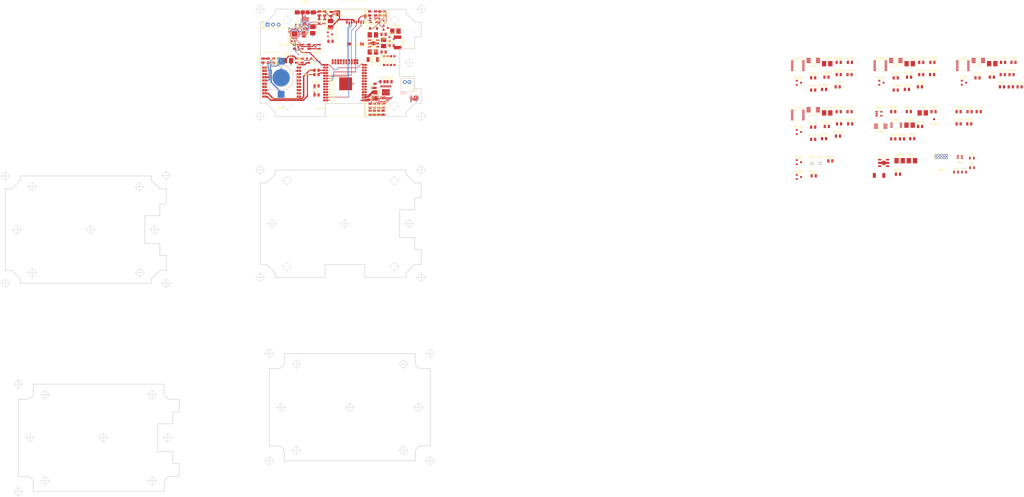
<source format=kicad_pcb>
(kicad_pcb (version 4) (host pcbnew 4.0.6)
  (layers (0 F.Cu signal) (1 In1.Cu power hide) (2 In2.Cu power hide) (31 B.Cu signal) (36 B.SilkS user) (37 F.SilkS user) (38 B.Mask user) (39 F.Mask user) (44 Edge.Cuts user))
  (net 0 "")
  (net 1 +3V3)
  (net 2 GND)
  (net 3 "Net-(R404-Pad2)")
  (net 4 /BOOTLOAD*)
  (net 5 /Power/V_BAT)
  (net 6 /Power/V_UNREG)
  (net 7 "Net-(LED301-PadA)")
  (net 8 +3.3VA)
  (net 9 /Power/+VBUS)
  (net 10 /KEEPALIVE)
  (net 11 "Net-(LED101-PadA)")
  (net 12 "Net-(LED102-PadA)")
  (net 13 "Net-(LED103-PadA)")
  (net 14 "Net-(LED104-PadA)")
  (net 15 "Net-(LED401-PadA)")
  (net 16 /SD_ENABLE*)
  (net 17 /LEDG)
  (net 18 /LEDR)
  (net 19 /LEDY)
  (net 20 /LEDB)
  (net 21 /1PPS)
  (net 22 "Net-(C401-Pad1)")
  (net 23 "Net-(C501-Pad1)")
  (net 24 /+V_UNREG_SW)
  (net 25 "Net-(F301-Pad2)")
  (net 26 "Net-(L401-Pad2)")
  (net 27 "Net-(LED201-PadA)")
  (net 28 "Net-(LED202-PadA)")
  (net 29 "Net-(LED301-PadK)")
  (net 30 "Net-(Q201-Pad1)")
  (net 31 "Net-(Q201-Pad2)")
  (net 32 "Net-(Q202-Pad1)")
  (net 33 "Net-(Q202-Pad2)")
  (net 34 "Net-(Q301-Pad3)")
  (net 35 "Net-(R201-Pad1)")
  (net 36 "Net-(R202-Pad1)")
  (net 37 "Net-(R203-Pad1)")
  (net 38 "Net-(R304-Pad2)")
  (net 39 "Net-(R402-Pad2)")
  (net 40 "Net-(R403-Pad2)")
  (net 41 /analog/IN_0)
  (net 42 /analog/VREF)
  (net 43 /analog/IN_1)
  (net 44 /analog/IN_2)
  (net 45 /analog/IN_3)
  (net 46 "Net-(U201-Pad2)")
  (net 47 "Net-(U201-Pad3)")
  (net 48 "Net-(U401-Pad7)")
  (net 49 "Net-(U401-Pad6)")
  (net 50 "Net-(BT401-Pad+)")
  (net 51 "Net-(U401-Pad2)")
  (net 52 "Net-(C701-Pad2)")
  (net 53 "Net-(C703-Pad1)")
  (net 54 "Net-(C703-Pad2)")
  (net 55 "Net-(C704-Pad1)")
  (net 56 "Net-(C902-Pad1)")
  (net 57 "Net-(C903-Pad1)")
  (net 58 "Net-(C904-Pad1)")
  (net 59 "Net-(C1001-Pad2)")
  (net 60 "Net-(C1003-Pad1)")
  (net 61 "Net-(C1003-Pad2)")
  (net 62 "Net-(C1004-Pad1)")
  (net 63 "Net-(C1101-Pad2)")
  (net 64 "Net-(C1103-Pad1)")
  (net 65 "Net-(C1103-Pad2)")
  (net 66 "Net-(C1104-Pad1)")
  (net 67 "Net-(C1201-Pad2)")
  (net 68 "Net-(C1203-Pad1)")
  (net 69 "Net-(C1203-Pad2)")
  (net 70 "Net-(C1204-Pad1)")
  (net 71 "Net-(J801-Pad2)")
  (net 72 "Net-(J801-Pad4)")
  (net 73 "Net-(J801-Pad6)")
  (net 74 "Net-(J801-Pad8)")
  (net 75 "Net-(Q701-Pad1)")
  (net 76 "Net-(Q1001-Pad1)")
  (net 77 "Net-(Q1101-Pad1)")
  (net 78 "Net-(Q1201-Pad1)")
  (net 79 "Net-(U902-Pad4)")
  (net 80 /RESET_ESP*)
  (net 81 "Net-(C801-Pad1)")
  (net 82 "Net-(LED105-PadA)")
  (net 83 "Net-(LED106-PadA)")
  (net 84 /SDI_SPI)
  (net 85 /SCLK_SPI)
  (net 86 /SDO_SPI)
  (net 87 /CS_SD*)
  (net 88 /ENABLE_GPS*)
  (net 89 /BUSY*)
  (net 90 /SCK_I2C)
  (net 91 /SDA_I2C)
  (net 92 /BLINK)
  (net 93 /SHUTDOWN*)
  (net 94 /RXD_GPS)
  (net 95 /TXD_GPS)
  (net 96 /ENABLE_+3.3VA)
  (net 97 /TXD_CON)
  (net 98 /RXD_CON)
  (net 99 /Power/+V_CHARGE)
  (net 100 "Net-(J201-Pad1)")
  (module paddle:SW_KMR7 (layer F.Cu) (at 108.5 74 270)
    (fp_text reference SW201 (at 0 6.3 270) (layer F.SilkS))
    (fp_text value SWITCH_PUSHBUTTON)
    (pad 1 smd rect (at -2.05 -0.8 270) (size 0.9 1) (layers F.Cu F.Mask) (net 80 /RESET_ESP*))
    (pad 1 smd rect (at 2.049999 -0.8 270) (size 0.9 1) (layers F.Cu F.Mask) (net 80 /RESET_ESP*))
    (pad 2 smd rect (at 2.049999 0.8 270) (size 0.9 1) (layers F.Cu F.Mask) (net 2 GND))
    (pad 2 smd rect (at -2.05 0.8 270) (size 0.9 1) (layers F.Cu F.Mask) (net 2 GND))
  )
  (module paddle:SW_KMR7 (layer F.Cu) (at 111.75 74 270)
    (fp_text reference SW202 (at 0 6.3 270) (layer F.SilkS))
    (fp_text value SWITCH_PUSHBUTTON)
    (pad 1 smd rect (at -2.05 -0.8 270) (size 0.9 1) (layers F.Cu F.Mask) (net 4 /BOOTLOAD*))
    (pad 1 smd rect (at 2.049999 -0.8 270) (size 0.9 1) (layers F.Cu F.Mask) (net 4 /BOOTLOAD*))
    (pad 2 smd rect (at 2.049999 0.8 270) (size 0.9 1) (layers F.Cu F.Mask) (net 2 GND))
    (pad 2 smd rect (at -2.05 0.8 270) (size 0.9 1) (layers F.Cu F.Mask) (net 2 GND))
  )
  (module paddle:QFN-24-1EP_4x4mm_Pitch0.5mm (layer F.Cu) (at 66 61.5 180)
    (fp_text reference U203 (at 0 3.5 180) (layer F.SilkS))
    (fp_text value CP2102N)
    (pad 1 smd rect (at -1.95 -1.25 180) (size 0.85 0.3) (layers F.Cu F.Mask))
    (pad 2 smd rect (at -1.95 -0.75 180) (size 0.85 0.3) (layers F.Cu F.Mask) (net 2 GND))
    (pad 3 smd rect (at -1.95 -0.25 180) (size 0.85 0.3) (layers F.Cu F.Mask) (net 47 "Net-(U201-Pad3)"))
    (pad 4 smd rect (at -1.95 0.25 180) (size 0.85 0.3) (layers F.Cu F.Mask) (net 46 "Net-(U201-Pad2)"))
    (pad 5 smd rect (at -1.95 0.75 180) (size 0.85 0.3) (layers F.Cu F.Mask) (net 1 +3V3))
    (pad 6 smd rect (at -1.95 1.25 180) (size 0.85 0.3) (layers F.Cu F.Mask) (net 1 +3V3))
    (pad 7 smd rect (at -1.25 1.95 270) (size 0.85 0.3) (layers F.Cu F.Mask) (net 1 +3V3))
    (pad 8 smd rect (at -0.75 1.95 270) (size 0.85 0.3) (layers F.Cu F.Mask) (net 9 /Power/+VBUS))
    (pad 9 smd rect (at -0.25 1.95 270) (size 0.85 0.3) (layers F.Cu F.Mask) (net 35 "Net-(R201-Pad1)"))
    (pad 10 smd rect (at 0.25 1.95 270) (size 0.85 0.3) (layers F.Cu F.Mask))
    (pad 11 smd rect (at 0.75 1.95 270) (size 0.85 0.3) (layers F.Cu F.Mask))
    (pad 12 smd rect (at 1.25 1.95 270) (size 0.85 0.3) (layers F.Cu F.Mask))
    (pad 13 smd rect (at 1.95 1.25 180) (size 0.85 0.3) (layers F.Cu F.Mask) (net 37 "Net-(R203-Pad1)"))
    (pad 14 smd rect (at 1.95 0.75 180) (size 0.85 0.3) (layers F.Cu F.Mask) (net 36 "Net-(R202-Pad1)"))
    (pad 15 smd rect (at 1.95 0.25 180) (size 0.85 0.3) (layers F.Cu F.Mask))
    (pad 16 smd rect (at 1.95 -0.25 180) (size 0.85 0.3) (layers F.Cu F.Mask))
    (pad 17 smd rect (at 1.95 -0.75 180) (size 0.85 0.3) (layers F.Cu F.Mask))
    (pad 18 smd rect (at 1.95 -1.25 180) (size 0.85 0.3) (layers F.Cu F.Mask))
    (pad 19 smd rect (at 1.25 -1.95 270) (size 0.85 0.3) (layers F.Cu F.Mask) (net 33 "Net-(Q202-Pad2)"))
    (pad 20 smd rect (at 0.75 -1.95 270) (size 0.85 0.3) (layers F.Cu F.Mask) (net 97 /TXD_CON))
    (pad 21 smd rect (at 0.25 -1.95 270) (size 0.85 0.3) (layers F.Cu F.Mask) (net 98 /RXD_CON))
    (pad 22 smd rect (at -0.25 -1.95 270) (size 0.85 0.3) (layers F.Cu F.Mask))
    (pad 23 smd rect (at -0.75 -1.95 270) (size 0.85 0.3) (layers F.Cu F.Mask) (net 31 "Net-(Q201-Pad2)"))
    (pad 24 smd rect (at -1.25 -1.95 270) (size 0.85 0.3) (layers F.Cu F.Mask))
    (pad 25 smd rect (at 0.65 0.65 180) (size 1.3 1.3) (layers F.Cu F.Mask) (net 2 GND))
    (pad 25 smd rect (at 0.65 -0.65 180) (size 1.3 1.3) (layers F.Cu F.Mask) (net 2 GND))
    (pad 25 smd rect (at -0.65 0.65 180) (size 1.3 1.3) (layers F.Cu F.Mask) (net 2 GND))
    (pad 25 smd rect (at -0.65 -0.65 180) (size 1.3 1.3) (layers F.Cu F.Mask) (net 2 GND))
  )
  (module paddle:SMD_1206 (layer F.Cu) (at 113 60.25)
    (fp_text reference C302 (at 0 -2.5) (layer F.SilkS))
    (fp_text value 4.7uF)
    (pad 1 smd rect (at -1.45 0) (size 2 2.5) (layers F.Cu F.Mask) (net 5 /Power/V_BAT))
    (pad 2 smd rect (at 1.45 0) (size 2 2.5) (layers F.Cu F.Mask) (net 2 GND))
  )
  (module paddle:SOT-23-5 (layer F.Cu) (at 102.75 55.25)
    (fp_text reference U301 (at -3.75 1) (layer F.SilkS))
    (fp_text value MCP73832)
    (pad 1 smd rect (at -1.4 -0.95) (size 1.1 0.6) (layers F.Cu F.Mask) (net 29 "Net-(LED301-PadK)"))
    (pad 2 smd rect (at -1.4 0) (size 1.1 0.6) (layers F.Cu F.Mask) (net 2 GND))
    (pad 3 smd rect (at -1.4 0.95) (size 1.1 0.6) (layers F.Cu F.Mask) (net 5 /Power/V_BAT))
    (pad 4 smd rect (at 1.4 0.95) (size 1.1 0.6) (layers F.Cu F.Mask) (net 99 /Power/+V_CHARGE))
    (pad 5 smd rect (at 1.4 -0.95) (size 1.1 0.6) (layers F.Cu F.Mask) (net 38 "Net-(R304-Pad2)"))
  )
  (module adafruit:MICROSD (layer F.Cu) (at 99.4 66.74 180)
    (fp_text reference M501 (at -3.4 0.99 180) (layer F.SilkS) (effects (font (size 1.2065 1.2065) (thickness 0.1016)) (justify left bottom)))
    (fp_text value MICROSD (at 0 0 180) (layer F.SilkS))
    (pad MT1 smd rect (at 0.4 13.54 180) (size 1.4 1.9) (layers F.Cu F.Mask) (net 2 GND))
    (pad MT2 smd rect (at 13.6 14.44 180) (size 1.4 1.9) (layers F.Cu F.Mask) (net 2 GND))
    (pad CD1 smd rect (at 2 0.44 270) (size 1.4 1.8) (layers F.Cu F.Mask))
    (pad CD2 smd rect (at 8 0.44 270) (size 1.4 1.8) (layers F.Cu F.Mask))
    (pad 8 smd rect (at 1.3 10.64 180) (size 0.7 1.5) (layers F.Cu F.Mask))
    (pad 7 smd rect (at 2.4 10.64 180) (size 0.7 1.5) (layers F.Cu F.Mask) (net 84 /SDI_SPI))
    (pad 6 smd rect (at 3.5 11.04 180) (size 0.7 1.5) (layers F.Cu F.Mask) (net 2 GND))
    (pad 5 smd rect (at 4.6 10.64 180) (size 0.7 1.5) (layers F.Cu F.Mask) (net 85 /SCLK_SPI))
    (pad 4 smd rect (at 5.7 11.04 180) (size 0.7 1.5) (layers F.Cu F.Mask) (net 23 "Net-(C501-Pad1)"))
    (pad 3 smd rect (at 6.8 10.64 180) (size 0.7 1.5) (layers F.Cu F.Mask) (net 86 /SDO_SPI))
    (pad 2 smd rect (at 7.9 10.24 180) (size 0.7 1.5) (layers F.Cu F.Mask) (net 87 /CS_SD*))
    (pad 1 smd rect (at 9 10.64 180) (size 0.7 1.5) (layers F.Cu F.Mask))
  )
  (module paddle:SMD_0805 (layer F.Cu) (at 82.75 65)
    (fp_text reference R501 (at 0 -1.9) (layer F.SilkS))
    (fp_text value 1MEG)
    (pad 1 smd rect (at -0.95 0) (size 1 1.5) (layers F.Cu F.Mask) (net 1 +3V3))
    (pad 2 smd rect (at 0.95 0) (size 1 1.5) (layers F.Cu F.Mask) (net 16 /SD_ENABLE*))
  )
  (module paddle:SMD_1206 (layer F.Cu) (at 82.75 57 90)
    (fp_text reference C501 (at 0 -2.5 90) (layer F.SilkS))
    (fp_text value 10uF)
    (pad 1 smd rect (at -1.45 0 90) (size 2 2.5) (layers F.Cu F.Mask) (net 23 "Net-(C501-Pad1)"))
    (pad 2 smd rect (at 1.45 0 90) (size 2 2.5) (layers F.Cu F.Mask) (net 2 GND))
  )
  (module paddle:SOT-23 (layer F.Cu) (at 82.5 61.75)
    (fp_text reference Q501 (at 0 -2.5) (layer F.SilkS))
    (fp_text value DMG3415U)
    (pad 1 smd rect (at -1 -0.95) (size 0.9 0.8) (layers F.Cu F.Mask) (net 16 /SD_ENABLE*))
    (pad 2 smd rect (at -1 0.95) (size 0.9 0.8) (layers F.Cu F.Mask) (net 1 +3V3))
    (pad 3 smd rect (at 1 0) (size 0.9 0.8) (layers F.Cu F.Mask) (net 23 "Net-(C501-Pad1)"))
  )
  (module paddle:KH_F20_mounting_hole (layer F.Cu) (at 112.5 55)
    (fp_text reference REF** hide)
    (fp_text value hole)
    (pad "" np_thru_hole circle (at 0 0) (size 3 3) (drill 3) (layers *.Cu *.Mask))
  )
  (module paddle:KH_F20_mounting_hole (layer F.Cu) (at 62.5 55)
    (fp_text reference REF** hide)
    (fp_text value hole)
    (pad "" np_thru_hole circle (at 0 0) (size 3 3) (drill 3) (layers *.Cu *.Mask))
  )
  (module paddle:SOT-23 (layer F.Cu) (at 76.75 67.5 180)
    (fp_text reference Q202 (at 0 -2.5 180) (layer F.SilkS))
    (fp_text value MMBT4401)
    (pad 1 smd rect (at -1 -0.95 180) (size 0.9 0.8) (layers F.Cu F.Mask) (net 32 "Net-(Q202-Pad1)"))
    (pad 2 smd rect (at -1 0.95 180) (size 0.9 0.8) (layers F.Cu F.Mask) (net 33 "Net-(Q202-Pad2)"))
    (pad 3 smd rect (at 1 0 180) (size 0.9 0.8) (layers F.Cu F.Mask) (net 80 /RESET_ESP*))
  )
  (module paddle:SOT-23 (layer F.Cu) (at 68.75 67.5 180)
    (fp_text reference Q201 (at 0 -2.5 180) (layer F.SilkS))
    (fp_text value MMBT4401)
    (pad 1 smd rect (at -1 -0.95 180) (size 0.9 0.8) (layers F.Cu F.Mask) (net 30 "Net-(Q201-Pad1)"))
    (pad 2 smd rect (at -1 0.95 180) (size 0.9 0.8) (layers F.Cu F.Mask) (net 31 "Net-(Q201-Pad2)"))
    (pad 3 smd rect (at 1 0 180) (size 0.9 0.8) (layers F.Cu F.Mask) (net 4 /BOOTLOAD*))
  )
  (module paddle:SMD_0805 (layer F.Cu) (at 110.245513 83.827469)
    (fp_text reference C101 (at 0 -1.9) (layer F.SilkS))
    (fp_text value 1uF)
    (pad 1 smd rect (at -0.95 0) (size 1 1.5) (layers F.Cu F.Mask) (net 80 /RESET_ESP*))
    (pad 2 smd rect (at 0.95 0) (size 1 1.5) (layers F.Cu F.Mask) (net 2 GND))
  )
  (module paddle:SMD_1206 (layer F.Cu) (at 103.5 90.25 270)
    (fp_text reference C102 (at 0 -2.5 270) (layer F.SilkS))
    (fp_text value 10uF)
    (pad 1 smd rect (at -1.45 0 270) (size 2 2.5) (layers F.Cu F.Mask) (net 1 +3V3))
    (pad 2 smd rect (at 1.45 0 270) (size 2 2.5) (layers F.Cu F.Mask) (net 2 GND))
  )
  (module paddle:SMD_0805 (layer F.Cu) (at 100.75 91.25 270)
    (fp_text reference C103 (at 0 -1.9 270) (layer F.SilkS))
    (fp_text value 0.1uF)
    (pad 1 smd rect (at -0.95 0 270) (size 1 1.5) (layers F.Cu F.Mask) (net 1 +3V3))
    (pad 2 smd rect (at 0.95 0 270) (size 1 1.5) (layers F.Cu F.Mask) (net 2 GND))
  )
  (module paddle:SMD_1206 (layer F.Cu) (at 74.5 59.75 270)
    (fp_text reference C201 (at 0 -2.5 270) (layer F.SilkS))
    (fp_text value 10uF)
    (pad 1 smd rect (at -1.45 0 270) (size 2 2.5) (layers F.Cu F.Mask) (net 1 +3V3))
    (pad 2 smd rect (at 1.45 0 270) (size 2 2.5) (layers F.Cu F.Mask) (net 2 GND))
  )
  (module paddle:SMD_0805 (layer F.Cu) (at 70.25 61.75 270)
    (fp_text reference C202 (at 0 -1.9 270) (layer F.SilkS))
    (fp_text value 0.1uF)
    (pad 1 smd rect (at -0.95 0 270) (size 1 1.5) (layers F.Cu F.Mask) (net 1 +3V3))
    (pad 2 smd rect (at 0.95 0 270) (size 1 1.5) (layers F.Cu F.Mask) (net 2 GND))
  )
  (module paddle:SMD_0805 (layer F.Cu) (at 103.5 85.75 90)
    (fp_text reference R101 (at 0 -1.9 90) (layer F.SilkS))
    (fp_text value 10k)
    (pad 1 smd rect (at -0.95 0 90) (size 1 1.5) (layers F.Cu F.Mask) (net 1 +3V3))
    (pad 2 smd rect (at 0.95 0 90) (size 1 1.5) (layers F.Cu F.Mask) (net 89 /BUSY*))
  )
  (module paddle:SMD_0805 (layer F.Cu) (at 76.25 90)
    (fp_text reference R102 (at -0.25 -1.9) (layer F.SilkS))
    (fp_text value 10k)
    (pad 1 smd rect (at -0.95 0) (size 1 1.5) (layers F.Cu F.Mask) (net 1 +3V3))
    (pad 2 smd rect (at 0.95 0) (size 1 1.5) (layers F.Cu F.Mask) (net 80 /RESET_ESP*))
  )
  (module paddle:SMD_0805 (layer F.Cu) (at 76.25 85.75)
    (fp_text reference R103 (at -0.25 -1.75) (layer F.SilkS))
    (fp_text value 4.7k)
    (pad 1 smd rect (at -0.95 0) (size 1 1.5) (layers F.Cu F.Mask) (net 1 +3V3))
    (pad 2 smd rect (at 0.95 0) (size 1 1.5) (layers F.Cu F.Mask) (net 90 /SCK_I2C))
  )
  (module paddle:SMD_0805 (layer F.Cu) (at 106.995513 83.827469)
    (fp_text reference R104 (at 0 -1.9) (layer F.SilkS))
    (fp_text value 4.7k)
    (pad 1 smd rect (at -0.95 0) (size 1 1.5) (layers F.Cu F.Mask) (net 1 +3V3))
    (pad 2 smd rect (at 0.95 0) (size 1 1.5) (layers F.Cu F.Mask) (net 91 /SDA_I2C))
  )
  (module paddle:SMD_0805 (layer F.Cu) (at 105.25 95 270)
    (fp_text reference R105 (at 0 -1.9 270) (layer F.SilkS))
    (fp_text value 330)
    (pad 1 smd rect (at -0.95 0 270) (size 1 1.5) (layers F.Cu F.Mask) (net 17 /LEDG))
    (pad 2 smd rect (at 0.95 0 270) (size 1 1.5) (layers F.Cu F.Mask) (net 11 "Net-(LED101-PadA)"))
  )
  (module paddle:SMD_0805 (layer F.Cu) (at 101.25 95 270)
    (fp_text reference R106 (at 0 -1.9 270) (layer F.SilkS))
    (fp_text value 330)
    (pad 1 smd rect (at -0.95 0 270) (size 1 1.5) (layers F.Cu F.Mask) (net 18 /LEDR))
    (pad 2 smd rect (at 0.95 0 270) (size 1 1.5) (layers F.Cu F.Mask) (net 12 "Net-(LED102-PadA)"))
  )
  (module paddle:SMD_0805 (layer F.Cu) (at 103.25 95 270)
    (fp_text reference R107 (at 0 -1.9 270) (layer F.SilkS))
    (fp_text value 330)
    (pad 1 smd rect (at -0.95 0 270) (size 1 1.5) (layers F.Cu F.Mask) (net 19 /LEDY))
    (pad 2 smd rect (at 0.95 0 270) (size 1 1.5) (layers F.Cu F.Mask) (net 13 "Net-(LED103-PadA)"))
  )
  (module paddle:SMD_0805 (layer F.Cu) (at 72.75 67.5 90)
    (fp_text reference R204 (at -3.75 -2.25 90) (layer F.SilkS))
    (fp_text value 10k)
    (pad 1 smd rect (at -0.95 0 90) (size 1 1.5) (layers F.Cu F.Mask) (net 32 "Net-(Q202-Pad1)"))
    (pad 2 smd rect (at 0.95 0 90) (size 1 1.5) (layers F.Cu F.Mask) (net 31 "Net-(Q201-Pad2)"))
  )
  (module paddle:SMD_0805 (layer F.Cu) (at 66 67.5 90)
    (fp_text reference R205 (at 3.75 -2 90) (layer F.SilkS))
    (fp_text value 10k)
    (pad 1 smd rect (at -0.95 0 90) (size 1 1.5) (layers F.Cu F.Mask) (net 30 "Net-(Q201-Pad1)"))
    (pad 2 smd rect (at 0.95 0 90) (size 1 1.5) (layers F.Cu F.Mask) (net 33 "Net-(Q202-Pad2)"))
  )
  (module paddle:SMD_0805 (layer F.Cu) (at 103.75 52 90)
    (fp_text reference R301 (at -3.25 -0.25 180) (layer F.SilkS))
    (fp_text value 1.0K)
    (pad 1 smd rect (at -0.95 0 90) (size 1 1.5) (layers F.Cu F.Mask) (net 99 /Power/+V_CHARGE))
    (pad 2 smd rect (at 0.95 0 90) (size 1 1.5) (layers F.Cu F.Mask) (net 7 "Net-(LED301-PadA)"))
  )
  (module paddle:SMD_0805 (layer F.Cu) (at 111.25 67)
    (fp_text reference R302 (at 0 -1.9) (layer F.SilkS))
    (fp_text value 1Meg)
    (pad 1 smd rect (at -0.95 0) (size 1 1.5) (layers F.Cu F.Mask) (net 2 GND))
    (pad 2 smd rect (at 0.95 0) (size 1 1.5) (layers F.Cu F.Mask) (net 10 /KEEPALIVE))
  )
  (module paddle:SMD_0805 (layer F.Cu) (at 107.75 52 270)
    (fp_text reference R303 (at 0 -1.9 270) (layer F.SilkS))
    (fp_text value 1Meg)
    (pad 1 smd rect (at -0.95 0 270) (size 1 1.5) (layers F.Cu F.Mask) (net 34 "Net-(Q301-Pad3)"))
    (pad 2 smd rect (at 0.95 0 270) (size 1 1.5) (layers F.Cu F.Mask) (net 6 /Power/V_UNREG))
  )
  (module paddle:SMD_0805 (layer F.Cu) (at 105.75 52 270)
    (fp_text reference R304 (at 0 -1.9 270) (layer F.SilkS))
    (fp_text value 10K)
    (pad 1 smd rect (at -0.95 0 270) (size 1 1.5) (layers F.Cu F.Mask) (net 2 GND))
    (pad 2 smd rect (at 0.95 0 270) (size 1 1.5) (layers F.Cu F.Mask) (net 38 "Net-(R304-Pad2)"))
  )
  (module paddle:SMD_0805 (layer F.Cu) (at 107.5 61.75 180)
    (fp_text reference R305 (at 0 -1.9 180) (layer F.SilkS))
    (fp_text value 1.0Meg)
    (pad 1 smd rect (at -0.95 0 180) (size 1 1.5) (layers F.Cu F.Mask) (net 2 GND))
    (pad 2 smd rect (at 0.95 0 180) (size 1 1.5) (layers F.Cu F.Mask) (net 99 /Power/+V_CHARGE))
  )
  (module paddle:SMD_D_0805 (layer F.Cu) (at 77.5 52 270)
    (fp_text reference LED201 (at 0 -1.9 270) (layer F.SilkS))
    (fp_text value LED)
    (pad K smd rect (at -0.95 0 270) (size 1 1.5) (layers F.Cu F.Mask) (net 2 GND))
    (pad A smd rect (at 0.95 0 270) (size 1 1.5) (layers F.Cu F.Mask) (net 27 "Net-(LED201-PadA)"))
  )
  (module paddle:SMD_1206 (layer F.Cu) (at 62.95 74)
    (fp_text reference C401 (at 0 -2.5) (layer F.SilkS))
    (fp_text value 10uF)
    (pad 1 smd rect (at -1.45 0) (size 2 2.5) (layers F.Cu F.Mask) (net 22 "Net-(C401-Pad1)"))
    (pad 2 smd rect (at 1.45 0) (size 2 2.5) (layers F.Cu F.Mask) (net 2 GND))
  )
  (module paddle:SMD_0805 (layer F.Cu) (at 58.75 74 90)
    (fp_text reference C402 (at 0 -1.9 90) (layer F.SilkS))
    (fp_text value 0.01uF)
    (pad 1 smd rect (at -0.95 0 90) (size 1 1.5) (layers F.Cu F.Mask) (net 22 "Net-(C401-Pad1)"))
    (pad 2 smd rect (at 0.95 0 90) (size 1 1.5) (layers F.Cu F.Mask) (net 2 GND))
  )
  (module paddle:SMD_0805 (layer F.Cu) (at 107.5 70 180)
    (fp_text reference R306 (at 0 -1.9 180) (layer F.SilkS))
    (fp_text value 10k)
    (pad 1 smd rect (at -0.95 0 180) (size 1 1.5) (layers F.Cu F.Mask) (net 2 GND))
    (pad 2 smd rect (at 0.95 0 180) (size 1 1.5) (layers F.Cu F.Mask) (net 93 /SHUTDOWN*))
  )
  (module paddle:SMD_1206 (layer F.Cu) (at 102.5 62 180)
    (fp_text reference C301 (at 0 -2.5 180) (layer F.SilkS))
    (fp_text value 4.7uF)
    (pad 1 smd rect (at -1.45 0 180) (size 2 2.5) (layers F.Cu F.Mask) (net 99 /Power/+V_CHARGE))
    (pad 2 smd rect (at 1.45 0 180) (size 2 2.5) (layers F.Cu F.Mask) (net 2 GND))
  )
  (module paddle:SMD_1206 (layer F.Cu) (at 107.5 65.75 270)
    (fp_text reference C303 (at 0 -2.5 270) (layer F.SilkS))
    (fp_text value 10uF)
    (pad 1 smd rect (at -1.45 0 270) (size 2 2.5) (layers F.Cu F.Mask) (net 24 /+V_UNREG_SW))
    (pad 2 smd rect (at 1.45 0 270) (size 2 2.5) (layers F.Cu F.Mask) (net 2 GND))
  )
  (module paddle:SMD_1206 (layer F.Cu) (at 102.5 70)
    (fp_text reference C304 (at 0 -2.5) (layer F.SilkS))
    (fp_text value 10uF)
    (pad 1 smd rect (at -1.45 0) (size 2 2.5) (layers F.Cu F.Mask) (net 1 +3V3))
    (pad 2 smd rect (at 1.45 0) (size 2 2.5) (layers F.Cu F.Mask) (net 2 GND))
  )
  (module paddle:SMD_0805 (layer F.Cu) (at 83 52.25 270)
    (fp_text reference C502 (at 0 -1.9 270) (layer F.SilkS))
    (fp_text value 0.1uF)
    (pad 1 smd rect (at -0.95 0 270) (size 1 1.5) (layers F.Cu F.Mask) (net 23 "Net-(C501-Pad1)"))
    (pad 2 smd rect (at 0.95 0 270) (size 1 1.5) (layers F.Cu F.Mask) (net 2 GND))
  )
  (module paddle:JST_battery_header_B2B-PH-K-S (layer B.Cu) (at 118.5 84 180)
    (fp_text reference J301 (at 1.75 -5.25 180) (layer B.SilkS) (effects (justify mirror)))
    (fp_text value Battery)
    (fp_text user - (at 1 2.6 180) (layer B.SilkS) (effects (justify mirror)))
    (fp_text user + (at -1.2 2.6 180) (layer B.SilkS) (effects (justify mirror)))
    (pad 1 thru_hole circle (at -1 0 180) (size 1.7 1.7) (drill 1) (layers *.Cu *.Mask) (net 25 "Net-(F301-Pad2)"))
    (pad 2 thru_hole circle (at 1 0 180) (size 1.7 1.7) (drill 1) (layers *.Cu *.Mask) (net 2 GND))
  )
  (module paddle:SMD_0805 (layer F.Cu) (at 67 74 270)
    (fp_text reference L401 (at 0 -1.9 270) (layer F.SilkS))
    (fp_text value bead)
    (pad 1 smd rect (at -0.95 0 270) (size 1 1.5) (layers F.Cu F.Mask) (net 22 "Net-(C401-Pad1)"))
    (pad 2 smd rect (at 0.95 0 270) (size 1 1.5) (layers F.Cu F.Mask) (net 26 "Net-(L401-Pad2)"))
  )
  (module paddle:SMD_D_0805 (layer F.Cu) (at 105.25 98.25 90)
    (fp_text reference LED101 (at 0 -1.9 90) (layer F.SilkS))
    (fp_text value LED)
    (pad K smd rect (at -0.95 0 90) (size 1 1.5) (layers F.Cu F.Mask) (net 2 GND))
    (pad A smd rect (at 0.95 0 90) (size 1 1.5) (layers F.Cu F.Mask) (net 11 "Net-(LED101-PadA)"))
  )
  (module paddle:SMD_D_0805 (layer F.Cu) (at 101.25 98.25 90)
    (fp_text reference LED102 (at 0 -1.9 90) (layer F.SilkS))
    (fp_text value LED)
    (pad K smd rect (at -0.95 0 90) (size 1 1.5) (layers F.Cu F.Mask) (net 2 GND))
    (pad A smd rect (at 0.95 0 90) (size 1 1.5) (layers F.Cu F.Mask) (net 12 "Net-(LED102-PadA)"))
  )
  (module paddle:SMD_D_0805 (layer F.Cu) (at 103.25 98.25 90)
    (fp_text reference LED103 (at 0 -1.9 90) (layer F.SilkS))
    (fp_text value LED)
    (pad K smd rect (at -0.95 0 90) (size 1 1.5) (layers F.Cu F.Mask) (net 2 GND))
    (pad A smd rect (at 0.95 0 90) (size 1 1.5) (layers F.Cu F.Mask) (net 13 "Net-(LED103-PadA)"))
  )
  (module paddle:SMD_D_0805 (layer F.Cu) (at 107.25 98.25 90)
    (fp_text reference LED104 (at 0 -1.9 90) (layer F.SilkS))
    (fp_text value LED)
    (pad K smd rect (at -0.95 0 90) (size 1 1.5) (layers F.Cu F.Mask) (net 2 GND))
    (pad A smd rect (at 0.95 0 90) (size 1 1.5) (layers F.Cu F.Mask) (net 14 "Net-(LED104-PadA)"))
  )
  (module paddle:SMD_D_0805 (layer F.Cu) (at 101 52 90)
    (fp_text reference LED301 (at 0 -1.9 90) (layer F.SilkS))
    (fp_text value Charge)
    (pad K smd rect (at -0.95 0 90) (size 1 1.5) (layers F.Cu F.Mask) (net 29 "Net-(LED301-PadK)"))
    (pad A smd rect (at 0.95 0 90) (size 1 1.5) (layers F.Cu F.Mask) (net 7 "Net-(LED301-PadA)"))
  )
  (module paddle:SMD_D_0805 (layer F.Cu) (at 51.25 74 90)
    (fp_text reference LED401 (at 0 -1.9 90) (layer F.SilkS))
    (fp_text value LED)
    (pad K smd rect (at -0.95 0 90) (size 1 1.5) (layers F.Cu F.Mask) (net 2 GND))
    (pad A smd rect (at 0.95 0 90) (size 1 1.5) (layers F.Cu F.Mask) (net 15 "Net-(LED401-PadA)"))
  )
  (module paddle:SOT-23 (layer F.Cu) (at 111.25 64)
    (fp_text reference Q301 (at 0 -2.5) (layer F.SilkS))
    (fp_text value DMG3414U)
    (pad 1 smd rect (at -1 -0.95) (size 0.9 0.8) (layers F.Cu F.Mask) (net 10 /KEEPALIVE))
    (pad 2 smd rect (at -1 0.95) (size 0.9 0.8) (layers F.Cu F.Mask) (net 2 GND))
    (pad 3 smd rect (at 1 0) (size 0.9 0.8) (layers F.Cu F.Mask) (net 34 "Net-(Q301-Pad3)"))
  )
  (module paddle:SOT-23 (layer F.Cu) (at 108.5 58.75)
    (fp_text reference Q302 (at 0 -2.5) (layer F.SilkS))
    (fp_text value DMG3415U)
    (pad 1 smd rect (at -1 -0.95) (size 0.9 0.8) (layers F.Cu F.Mask) (net 34 "Net-(Q301-Pad3)"))
    (pad 2 smd rect (at -1 0.95) (size 0.9 0.8) (layers F.Cu F.Mask) (net 6 /Power/V_UNREG))
    (pad 3 smd rect (at 1 0) (size 0.9 0.8) (layers F.Cu F.Mask) (net 24 /+V_UNREG_SW))
  )
  (module paddle:SOT-23 (layer F.Cu) (at 106.5 55.25)
    (fp_text reference Q303 (at 0 -2.5) (layer F.SilkS))
    (fp_text value DMG3415U)
    (pad 1 smd rect (at -1 -0.95) (size 0.9 0.8) (layers F.Cu F.Mask) (net 99 /Power/+V_CHARGE))
    (pad 2 smd rect (at -1 0.95) (size 0.9 0.8) (layers F.Cu F.Mask) (net 6 /Power/V_UNREG))
    (pad 3 smd rect (at 1 0) (size 0.9 0.8) (layers F.Cu F.Mask) (net 5 /Power/V_BAT))
  )
  (module paddle:SOT-23 (layer F.Cu) (at 72.75 74 270)
    (fp_text reference Q401 (at 0 -2.5 270) (layer F.SilkS))
    (fp_text value DMG3415U)
    (pad 1 smd rect (at -1 -0.95 270) (size 0.9 0.8) (layers F.Cu F.Mask) (net 88 /ENABLE_GPS*))
    (pad 2 smd rect (at -1 0.95 270) (size 0.9 0.8) (layers F.Cu F.Mask) (net 1 +3V3))
    (pad 3 smd rect (at 1 0 270) (size 0.9 0.8) (layers F.Cu F.Mask) (net 26 "Net-(L401-Pad2)"))
  )
  (module paddle:SMD_0805 (layer F.Cu) (at 107.25 95 270)
    (fp_text reference R108 (at -0.25 -1.75 270) (layer F.SilkS))
    (fp_text value 330)
    (pad 1 smd rect (at -0.95 0 270) (size 1 1.5) (layers F.Cu F.Mask) (net 20 /LEDB))
    (pad 2 smd rect (at 0.95 0 270) (size 1 1.5) (layers F.Cu F.Mask) (net 14 "Net-(LED104-PadA)"))
  )
  (module paddle:SMD_0805 (layer F.Cu) (at 69.5 74 90)
    (fp_text reference R401 (at 0 -1.9 90) (layer F.SilkS))
    (fp_text value 1MEG)
    (pad 1 smd rect (at -0.95 0 90) (size 1 1.5) (layers F.Cu F.Mask))
    (pad 2 smd rect (at 0.95 0 90) (size 1 1.5) (layers F.Cu F.Mask) (net 88 /ENABLE_GPS*))
  )
  (module paddle:SMD_0805 (layer F.Cu) (at 76.25 78.5 180)
    (fp_text reference R402 (at 3.75 0 180) (layer F.SilkS))
    (fp_text value 330)
    (pad 1 smd rect (at -0.95 0 180) (size 1 1.5) (layers F.Cu F.Mask) (net 94 /RXD_GPS))
    (pad 2 smd rect (at 0.95 0 180) (size 1 1.5) (layers F.Cu F.Mask) (net 39 "Net-(R402-Pad2)"))
  )
  (module paddle:SMD_0805 (layer F.Cu) (at 76.25 80.5 180)
    (fp_text reference R403 (at 3.75 0 180) (layer F.SilkS))
    (fp_text value 330)
    (pad 1 smd rect (at -0.95 0 180) (size 1 1.5) (layers F.Cu F.Mask) (net 95 /TXD_GPS))
    (pad 2 smd rect (at 0.95 0 180) (size 1 1.5) (layers F.Cu F.Mask) (net 40 "Net-(R403-Pad2)"))
  )
  (module paddle:SMD_0805 (layer F.Cu) (at 53.75 74 270)
    (fp_text reference R404 (at 0 -1.9 270) (layer F.SilkS))
    (fp_text value 330)
    (pad 1 smd rect (at -0.95 0 270) (size 1 1.5) (layers F.Cu F.Mask) (net 15 "Net-(LED401-PadA)"))
    (pad 2 smd rect (at 0.95 0 270) (size 1 1.5) (layers F.Cu F.Mask) (net 3 "Net-(R404-Pad2)"))
  )
  (module paddle:tp_th_1mm (layer F.Cu) (at 64.75 65)
    (fp_text reference TP201 (at -4.25 1.75) (layer F.SilkS))
    (fp_text value RXD)
    (pad 1 smd circle (at 0 0) (size 1 1) (layers F.Cu F.Mask) (net 97 /TXD_CON))
  )
  (module paddle:tp_th_1mm (layer F.Cu) (at 66.25 65)
    (fp_text reference TP202 (at -1.25 1.25) (layer F.SilkS))
    (fp_text value TXD)
    (pad 1 smd circle (at 0 0) (size 1 1) (layers F.Cu F.Mask) (net 98 /RXD_CON))
  )
  (module paddle:USB_micro_B_FCI_10104110 (layer F.Cu) (at 71 51.5 180)
    (fp_text reference U201 (at 0 4.9 180) (layer F.SilkS))
    (fp_text value USB_B_Socket)
    (pad 1 smd rect (at -1.3 -3.15 180) (size 0.4 2) (layers F.Cu F.Mask) (net 9 /Power/+VBUS))
    (pad 2 smd rect (at -0.65 -3.15 180) (size 0.4 2) (layers F.Cu F.Mask) (net 46 "Net-(U201-Pad2)"))
    (pad 3 smd rect (at 0 -3.15 180) (size 0.4 2) (layers F.Cu F.Mask) (net 47 "Net-(U201-Pad3)"))
    (pad 4 smd rect (at 0.65 -3.15 180) (size 0.4 2) (layers F.Cu F.Mask))
    (pad 5 smd rect (at 1.3 -3.15 180) (size 0.4 2) (layers F.Cu F.Mask) (net 2 GND))
    (pad 6 smd rect (at -1.15 0 180) (size 1.8 1.9) (layers F.Cu F.Mask) (net 2 GND))
    (pad 6 smd rect (at -3.75 0 180) (size 2.3 1.9) (layers F.Cu F.Mask) (net 2 GND))
    (pad 6 smd rect (at 3.75 0 180) (size 2.3 1.9) (layers F.Cu F.Mask) (net 2 GND))
    (pad 6 smd rect (at 1.15 0 180) (size 1.8 1.9) (layers F.Cu F.Mask) (net 2 GND))
  )
  (module paddle:SOT89-5 (layer F.Cu) (at 102.75 66 180)
    (fp_text reference U302 (at -0.275 -3.525 180) (layer F.SilkS))
    (fp_text value NCP694-3.3)
    (pad 2 smd trapezoid (at 0.775 0 90) (size 1.5 0.75) (rect_delta 0 0.5) (layers F.Cu F.Mask) (net 2 GND))
    (pad 5 smd rect (at 1.85 -1.5 90) (size 0.7 1.5) (layers F.Cu F.Mask) (net 1 +3V3))
    (pad 4 smd rect (at 1.85 1.5 90) (size 0.7 1.5) (layers F.Cu F.Mask) (net 24 /+V_UNREG_SW))
    (pad 1 smd rect (at -1.85 -1.5 90) (size 0.7 1.5) (layers F.Cu F.Mask))
    (pad 2 smd rect (at -1.85 0 90) (size 1 1.5) (layers F.Cu F.Mask) (net 2 GND))
    (pad 3 smd rect (at -1.85 1.5 90) (size 0.7 1.5) (layers F.Cu F.Mask) (net 24 /+V_UNREG_SW))
    (pad 2 smd rect (at 1.85 0 90) (size 1 1.5) (layers F.Cu F.Mask) (net 2 GND))
    (pad 2 smd trapezoid (at -0.775 0 270) (size 1.5 0.75) (rect_delta 0 0.5) (layers F.Cu F.Mask) (net 2 GND))
    (pad 2 smd rect (at 0 0 90) (size 2 0.8) (layers F.Cu F.Mask) (net 2 GND))
  )
  (module paddle:FGPMMOPA6H (layer F.Cu) (at 60 84.25)
    (fp_text reference U401 (at 0 11.75) (layer F.SilkS))
    (fp_text value "FGPMMOPA6H GPS")
    (pad 10 smd rect (at -8 6.5) (size 2 1) (layers F.Cu F.Mask) (net 40 "Net-(R403-Pad2)"))
    (pad 9 smd rect (at -8 5) (size 2 1) (layers F.Cu F.Mask) (net 39 "Net-(R402-Pad2)"))
    (pad 8 smd rect (at -8 3.5) (size 2 1) (layers F.Cu F.Mask) (net 2 GND))
    (pad 7 smd rect (at -8 2) (size 2 1) (layers F.Cu F.Mask) (net 48 "Net-(U401-Pad7)"))
    (pad 6 smd rect (at -8 0.5) (size 2 1) (layers F.Cu F.Mask) (net 49 "Net-(U401-Pad6)"))
    (pad 5 smd rect (at -8 -1) (size 2 1) (layers F.Cu F.Mask) (net 3 "Net-(R404-Pad2)"))
    (pad 4 smd rect (at -8 -2.5) (size 2 1) (layers F.Cu F.Mask) (net 50 "Net-(BT401-Pad+)"))
    (pad 3 smd rect (at -8 -4) (size 2 1) (layers F.Cu F.Mask) (net 2 GND))
    (pad 2 smd rect (at -8 -5.5) (size 2 1) (layers F.Cu F.Mask) (net 51 "Net-(U401-Pad2)"))
    (pad 1 smd rect (at -8 -7) (size 2 1) (layers F.Cu F.Mask) (net 22 "Net-(C401-Pad1)"))
    (pad 1 smd rect (at -8 -7) (size 2 1) (layers F.Cu F.Mask) (net 22 "Net-(C401-Pad1)"))
    (pad 2 smd rect (at -8 -5.5) (size 2 1) (layers F.Cu F.Mask) (net 51 "Net-(U401-Pad2)"))
    (pad 3 smd rect (at -8 -4) (size 2 1) (layers F.Cu F.Mask) (net 2 GND))
    (pad 4 smd rect (at -8 -2.5) (size 2 1) (layers F.Cu F.Mask) (net 50 "Net-(BT401-Pad+)"))
    (pad 5 smd rect (at -8 -1) (size 2 1) (layers F.Cu F.Mask) (net 3 "Net-(R404-Pad2)"))
    (pad 6 smd rect (at -8 0.5) (size 2 1) (layers F.Cu F.Mask) (net 49 "Net-(U401-Pad6)"))
    (pad 7 smd rect (at -8 2) (size 2 1) (layers F.Cu F.Mask) (net 48 "Net-(U401-Pad7)"))
    (pad 8 smd rect (at -8 3.5) (size 2 1) (layers F.Cu F.Mask) (net 2 GND))
    (pad 9 smd rect (at -8 5) (size 2 1) (layers F.Cu F.Mask) (net 39 "Net-(R402-Pad2)"))
    (pad 10 smd rect (at -8 6.5) (size 2 1) (layers F.Cu F.Mask) (net 40 "Net-(R403-Pad2)"))
    (pad 11 smd rect (at 8 6.5) (size 2 1) (layers F.Cu F.Mask))
    (pad 12 smd rect (at 8 5) (size 2 1) (layers F.Cu F.Mask) (net 2 GND))
    (pad 13 smd rect (at 8 3.5) (size 2 1) (layers F.Cu F.Mask) (net 21 /1PPS))
    (pad 14 smd rect (at 8 2) (size 2 1) (layers F.Cu F.Mask))
    (pad 15 smd rect (at 8 0.5) (size 2 1) (layers F.Cu F.Mask))
    (pad 16 smd rect (at 8 -1) (size 2 1) (layers F.Cu F.Mask))
    (pad 17 smd rect (at 8 -2.5) (size 2 1) (layers F.Cu F.Mask))
    (pad 18 smd rect (at 8 -4) (size 2 1) (layers F.Cu F.Mask))
    (pad 19 smd rect (at 8 -5.5) (size 2 1) (layers F.Cu F.Mask) (net 2 GND))
    (pad 20 smd rect (at 8 -7) (size 2 1) (layers F.Cu F.Mask))
  )
  (module paddle:KH_F20_mounting_hole (layer F.Cu) (at 62.5 95)
    (fp_text reference REF** hide)
    (fp_text value hole)
    (pad "" np_thru_hole circle (at 0 0) (size 3 3) (drill 3) (layers *.Cu *.Mask))
  )
  (module paddle:KH_F20_mounting_hole (layer F.Cu) (at 112.5 95)
    (fp_text reference REF** hide)
    (fp_text value hole)
    (pad "" np_thru_hole circle (at 0 0) (size 3 3) (drill 3) (layers *.Cu *.Mask))
  )
  (module paddle:KH_F20_mounting_hole (layer F.Cu) (at 62.5 130)
    (fp_text reference REF** hide)
    (fp_text value hole)
    (pad "" np_thru_hole circle (at 0 0) (size 3 3) (drill 3) (layers *.Cu *.Mask))
  )
  (module paddle:KH_F20_mounting_hole (layer F.Cu) (at 112.5 130)
    (fp_text reference REF** hide)
    (fp_text value hole)
    (pad "" np_thru_hole circle (at 0 0) (size 3 3) (drill 3) (layers *.Cu *.Mask))
  )
  (module paddle:KH_F20_mounting_hole (layer F.Cu) (at 112.5 170)
    (fp_text reference REF** hide)
    (fp_text value hole)
    (pad "" np_thru_hole circle (at 0 0) (size 3 3) (drill 3) (layers *.Cu *.Mask))
  )
  (module paddle:KH_F20_mounting_hole (layer F.Cu) (at 62.5 170)
    (fp_text reference REF** hide)
    (fp_text value hole)
    (pad "" np_thru_hole circle (at 0 0) (size 3 3) (drill 3) (layers *.Cu *.Mask))
  )
  (module paddle:SMD_0805 (layer F.Cu) (at 56.25 74 270)
    (fp_text reference C403 (at 0 -1.9 270) (layer F.SilkS))
    (fp_text value 1uF)
    (pad 1 smd rect (at -0.95 0 270) (size 1 1.5) (layers F.Cu F.Mask) (net 50 "Net-(BT401-Pad+)"))
    (pad 2 smd rect (at 0.95 0 270) (size 1 1.5) (layers F.Cu F.Mask) (net 2 GND))
  )
  (module paddle:SMD_1206 (layer F.Cu) (at 353.672001 120.622)
    (fp_text reference C601 (at 0 -2.5) (layer F.SilkS))
    (fp_text value 10uF)
    (pad 1 smd rect (at -1.45 0) (size 2 2.5) (layers F.Cu F.Mask) (net 24 /+V_UNREG_SW))
    (pad 2 smd rect (at 1.45 0) (size 2 2.5) (layers F.Cu F.Mask) (net 2 GND))
  )
  (module paddle:SMD_1206 (layer F.Cu) (at 347.972001 120.622)
    (fp_text reference C602 (at 0 -2.5) (layer F.SilkS))
    (fp_text value 10uF)
    (pad 1 smd rect (at -1.45 0) (size 2 2.5) (layers F.Cu F.Mask) (net 8 +3.3VA))
    (pad 2 smd rect (at 1.45 0) (size 2 2.5) (layers F.Cu F.Mask) (net 2 GND))
  )
  (module paddle:SMD_0805 (layer F.Cu) (at 357.391762 86.202)
    (fp_text reference C1202 (at 0 -1.9) (layer F.SilkS))
    (fp_text value 0.1uF)
    (pad 1 smd rect (at -0.95 0) (size 1 1.5) (layers F.Cu F.Mask) (net 2 GND))
    (pad 2 smd rect (at 0.95 0) (size 1 1.5) (layers F.Cu F.Mask) (net 8 +3.3VA))
  )
  (module paddle:SMD_D_0805 (layer F.Cu) (at 80 52 270)
    (fp_text reference LED202 (at 0 -1.9 270) (layer F.SilkS))
    (fp_text value LED)
    (pad K smd rect (at -0.95 0 270) (size 1 1.5) (layers F.Cu F.Mask) (net 2 GND))
    (pad A smd rect (at 0.95 0 270) (size 1 1.5) (layers F.Cu F.Mask) (net 28 "Net-(LED202-PadA)"))
  )
  (module paddle:SMD_0805 (layer F.Cu) (at 347.175571 126.922)
    (fp_text reference R601 (at 0 -1.9) (layer F.SilkS))
    (fp_text value 100k)
    (pad 1 smd rect (at -0.95 0) (size 1 1.5) (layers F.Cu F.Mask) (net 2 GND))
    (pad 2 smd rect (at 0.95 0) (size 1 1.5) (layers F.Cu F.Mask) (net 96 /ENABLE_+3.3VA))
  )
  (module paddle:SOT89-5 (layer F.Cu) (at 340.513904 121.647)
    (fp_text reference U601 (at -0.275 -3.525) (layer F.SilkS))
    (fp_text value NCP694-3.3)
    (pad 2 smd trapezoid (at 0.775 0 270) (size 1.5 0.75) (rect_delta 0 0.5) (layers F.Cu F.Mask) (net 2 GND))
    (pad 5 smd rect (at 1.85 -1.5 270) (size 0.7 1.5) (layers F.Cu F.Mask) (net 8 +3.3VA))
    (pad 4 smd rect (at 1.85 1.5 270) (size 0.7 1.5) (layers F.Cu F.Mask) (net 24 /+V_UNREG_SW))
    (pad 1 smd rect (at -1.85 -1.5 270) (size 0.7 1.5) (layers F.Cu F.Mask))
    (pad 2 smd rect (at -1.85 0 270) (size 1 1.5) (layers F.Cu F.Mask) (net 2 GND))
    (pad 3 smd rect (at -1.85 1.5 270) (size 0.7 1.5) (layers F.Cu F.Mask) (net 96 /ENABLE_+3.3VA))
    (pad 2 smd rect (at 1.85 0 270) (size 1 1.5) (layers F.Cu F.Mask) (net 2 GND))
    (pad 2 smd trapezoid (at -0.775 0 90) (size 1.5 0.75) (rect_delta 0 0.5) (layers F.Cu F.Mask) (net 2 GND))
    (pad 2 smd rect (at 0 0 270) (size 2 0.8) (layers F.Cu F.Mask) (net 2 GND))
  )
  (module paddle:S-PDSO-G8 (layer F.Cu) (at 384.627001 73.927001)
    (fp_text reference U701 (at 0 2.6) (layer F.SilkS))
    (fp_text value OPA388D)
    (pad 1 smd oval (at -2.2 -0.975) (size 2 0.45) (layers F.Cu F.Mask))
    (pad 2 smd oval (at -2.2 -0.325) (size 2 0.45) (layers F.Cu F.Mask) (net 54 "Net-(C703-Pad2)"))
    (pad 3 smd oval (at -2.2 0.325) (size 2 0.45) (layers F.Cu F.Mask) (net 52 "Net-(C701-Pad2)"))
    (pad 4 smd oval (at -2.2 0.975) (size 2 0.45) (layers F.Cu F.Mask) (net 2 GND))
    (pad 5 smd oval (at 2.2 0.975) (size 2 0.45) (layers F.Cu F.Mask))
    (pad 6 smd oval (at 2.2 0.325) (size 2 0.45) (layers F.Cu F.Mask) (net 53 "Net-(C703-Pad1)"))
    (pad 7 smd oval (at 2.2 -0.325) (size 2 0.45) (layers F.Cu F.Mask) (net 8 +3.3VA))
    (pad 8 smd oval (at 2.2 -0.975) (size 2 0.45) (layers F.Cu F.Mask))
  )
  (module paddle:VSSOP10-S-PDSO-G10 (layer F.Cu) (at 339.143667 104.587001)
    (fp_text reference U902 (at 0 2.6) (layer F.SilkS))
    (fp_text value TS5A3160)
    (pad 1 smd oval (at -2.2 -1) (size 2 0.3) (layers F.Cu F.Mask) (net 58 "Net-(C904-Pad1)"))
    (pad 2 smd oval (at -2.2 -0.5) (size 2 0.3) (layers F.Cu F.Mask) (net 2 GND))
    (pad 3 smd oval (at -2.2 0) (size 2 0.3) (layers F.Cu F.Mask) (net 81 "Net-(C801-Pad1)"))
    (pad 4 smd oval (at -2.2 0.5) (size 2 0.3) (layers F.Cu F.Mask) (net 79 "Net-(U902-Pad4)"))
    (pad 5 smd oval (at -2.2 1) (size 2 0.3) (layers F.Cu F.Mask) (net 8 +3.3VA))
    (pad 6 smd oval (at 2.2 1) (size 2 0.3) (layers F.Cu F.Mask))
    (pad 7 smd oval (at 2.2 0.5) (size 2 0.3) (layers F.Cu F.Mask))
    (pad 8 smd oval (at 2.2 0) (size 2 0.3) (layers F.Cu F.Mask))
    (pad 9 smd oval (at 2.2 -0.5) (size 2 0.3) (layers F.Cu F.Mask))
    (pad 10 smd oval (at 2.2 -1) (size 2 0.3) (layers F.Cu F.Mask))
  )
  (module paddle:S-PDSO-G8 (layer F.Cu) (at 307.727001 73.927001)
    (fp_text reference U1001 (at 0 2.6) (layer F.SilkS))
    (fp_text value OPA388D)
    (pad 1 smd oval (at -2.2 -0.975) (size 2 0.45) (layers F.Cu F.Mask))
    (pad 2 smd oval (at -2.2 -0.325) (size 2 0.45) (layers F.Cu F.Mask) (net 61 "Net-(C1003-Pad2)"))
    (pad 3 smd oval (at -2.2 0.325) (size 2 0.45) (layers F.Cu F.Mask) (net 59 "Net-(C1001-Pad2)"))
    (pad 4 smd oval (at -2.2 0.975) (size 2 0.45) (layers F.Cu F.Mask) (net 2 GND))
    (pad 5 smd oval (at 2.2 0.975) (size 2 0.45) (layers F.Cu F.Mask))
    (pad 6 smd oval (at 2.2 0.325) (size 2 0.45) (layers F.Cu F.Mask) (net 60 "Net-(C1003-Pad1)"))
    (pad 7 smd oval (at 2.2 -0.325) (size 2 0.45) (layers F.Cu F.Mask) (net 8 +3.3VA))
    (pad 8 smd oval (at 2.2 -0.975) (size 2 0.45) (layers F.Cu F.Mask))
  )
  (module paddle:SMD_SC70-6 (layer F.Cu) (at 71 58 270)
    (fp_text reference U202 (at 0 2.5 270) (layer F.SilkS) (effects (font (size 0.8 0.8))))
    (fp_text value SP3003-04)
    (pad 5 smd rect (at 0.95 0 90) (size 1 0.4) (layers F.Cu F.Mask) (net 1 +3V3))
    (pad 1 smd rect (at -0.95 -0.65 90) (size 1 0.4) (layers F.Cu F.Mask))
    (pad 3 smd rect (at -0.95 0.65 90) (size 1 0.4) (layers F.Cu F.Mask) (net 46 "Net-(U201-Pad2)"))
    (pad 2 smd rect (at -0.95 0 90) (size 1 0.4) (layers F.Cu F.Mask) (net 2 GND))
    (pad 4 smd rect (at 0.95 0.65 90) (size 1 0.4) (layers F.Cu F.Mask) (net 47 "Net-(U201-Pad3)"))
    (pad 6 smd rect (at 0.95 -0.65 90) (size 1 0.4) (layers F.Cu F.Mask) (net 9 /Power/+VBUS))
  )
  (module paddle:R_0805 (layer F.Cu) (at 67.5 57.5)
    (fp_text reference R201 (at 0 -1.65) (layer F.SilkS) (effects (font (size 0.5 0.5) (thickness 0.125))))
    (fp_text value 1k)
    (pad 1 smd rect (at -0.95 0) (size 0.7 1.3) (layers F.Cu F.Mask) (net 35 "Net-(R201-Pad1)"))
    (pad 2 smd rect (at 0.95 0) (size 0.7 1.3) (layers F.Cu F.Mask) (net 1 +3V3))
  )
  (module paddle:R_0805 (layer F.Cu) (at 77.5 55.75 90)
    (fp_text reference R202 (at 0 -1.65 90) (layer F.SilkS) (effects (font (size 0.5 0.5) (thickness 0.125))))
    (fp_text value 330)
    (pad 1 smd rect (at -0.95 0 90) (size 0.7 1.3) (layers F.Cu F.Mask) (net 36 "Net-(R202-Pad1)"))
    (pad 2 smd rect (at 0.95 0 90) (size 0.7 1.3) (layers F.Cu F.Mask) (net 27 "Net-(LED201-PadA)"))
  )
  (module paddle:R_0805 (layer F.Cu) (at 80 55.75 90)
    (fp_text reference R203 (at 0 -1.65 90) (layer F.SilkS) (effects (font (size 0.5 0.5) (thickness 0.125))))
    (fp_text value 330)
    (pad 1 smd rect (at -0.95 0 90) (size 0.7 1.3) (layers F.Cu F.Mask) (net 37 "Net-(R203-Pad1)"))
    (pad 2 smd rect (at 0.95 0 90) (size 0.7 1.3) (layers F.Cu F.Mask) (net 28 "Net-(LED202-PadA)"))
  )
  (module paddle:CR1025_holder (layer B.Cu) (at 59.75 82 270)
    (fp_text reference BT401 (at 0 -7.45 270) (layer B.SilkS) (effects (justify mirror)))
    (fp_text value CR1025)
    (pad - smd circle (at 0 0 270) (size 8.13 8.13) (layers B.Cu B.Mask) (net 2 GND))
    (pad + smd rect (at 7.7 0 270) (size 3.2 3.2) (layers B.Cu B.Mask) (net 50 "Net-(BT401-Pad+)"))
    (pad + smd rect (at -7.7 0 270) (size 3.2 3.2) (layers B.Cu B.Mask) (net 50 "Net-(BT401-Pad+)"))
  )
  (module paddle:D_SOD-128 (layer F.Cu) (at 338.37641 127.497041)
    (fp_text reference D601)
    (fp_text value RB168LAM)
    (pad 2 smd rect (at -2.19964 0) (size 1.39954 2.19964) (layers F.Cu F.Mask) (net 24 /+V_UNREG_SW))
    (pad 1 smd rect (at 2.19964 0) (size 1.39954 2.19964) (layers F.Cu F.Mask) (net 8 +3.3VA))
  )
  (module paddle:Pin_Header_Straight_1x03_Pitch2.54mm (layer F.Cu) (at 53.46 57.25 90)
    (fp_text reference SW301 (at 0 -2.33 90) (layer F.SilkS))
    (fp_text value SW_SPDT)
    (pad 1 thru_hole rect (at 0 0 90) (size 1.7 1.7) (drill 1) (layers *.Cu *.Mask) (net 6 /Power/V_UNREG))
    (pad 2 thru_hole oval (at 0 2.54 90) (size 1.7 1.7) (drill 1) (layers *.Cu *.Mask) (net 24 /+V_UNREG_SW))
    (pad 3 thru_hole oval (at 0 5.08 90) (size 1.7 1.7) (drill 1) (layers *.Cu *.Mask) (net 93 /SHUTDOWN*))
  )
  (module paddle:D_SOD-128 (layer F.Cu) (at 102.5 73.5)
    (fp_text reference D302)
    (fp_text value RB168LAM-30)
    (pad 2 smd rect (at -2.19964 0) (size 1.39954 2.19964) (layers F.Cu F.Mask) (net 24 /+V_UNREG_SW))
    (pad 1 smd rect (at 2.19964 0) (size 1.39954 2.19964) (layers F.Cu F.Mask) (net 1 +3V3))
  )
  (module paddle:D_SOD-123 (layer F.Cu) (at 102.75 59)
    (fp_text reference D301 (at 0 -2) (layer F.SilkS))
    (fp_text value RB168LAM-30)
    (pad 2 smd rect (at -1.65 0) (size 0.9 1.2) (layers F.Cu F.Mask) (net 6 /Power/V_UNREG))
    (pad 1 smd rect (at 1.65 0) (size 0.9 1.2) (layers F.Cu F.Mask) (net 99 /Power/+V_CHARGE))
  )
  (module paddle:TSSOP-16-1EP_4.4x5mm_Pitch0.65mm (layer F.Cu) (at 108.5525 88.765 90)
    (fp_text reference U103 (at 0 -3.55 90) (layer F.SilkS))
    (fp_text value TCA9534A)
    (pad 1 smd rect (at -2.775 -2.275 90) (size 1.05 0.45) (layers F.Cu F.Mask) (net 2 GND))
    (pad 2 smd rect (at -2.775 -1.625 90) (size 1.05 0.45) (layers F.Cu F.Mask) (net 2 GND))
    (pad 3 smd rect (at -2.775 -0.975 90) (size 1.05 0.45) (layers F.Cu F.Mask) (net 2 GND))
    (pad 4 smd rect (at -2.775 -0.325 90) (size 1.05 0.45) (layers F.Cu F.Mask) (net 18 /LEDR))
    (pad 5 smd rect (at -2.775 0.325 90) (size 1.05 0.45) (layers F.Cu F.Mask) (net 19 /LEDY))
    (pad 6 smd rect (at -2.775 0.975 90) (size 1.05 0.45) (layers F.Cu F.Mask) (net 17 /LEDG))
    (pad 7 smd rect (at -2.775 1.625 90) (size 1.05 0.45) (layers F.Cu F.Mask) (net 20 /LEDB))
    (pad 8 smd rect (at -2.775 2.275 90) (size 1.05 0.45) (layers F.Cu F.Mask) (net 2 GND))
    (pad 9 smd rect (at 2.775 2.275 90) (size 1.05 0.45) (layers F.Cu F.Mask) (net 96 /ENABLE_+3.3VA))
    (pad 10 smd rect (at 2.775 1.625 90) (size 1.05 0.45) (layers F.Cu F.Mask) (net 88 /ENABLE_GPS*))
    (pad 11 smd rect (at 2.775 0.975 90) (size 1.05 0.45) (layers F.Cu F.Mask))
    (pad 12 smd rect (at 2.775 0.325 90) (size 1.05 0.45) (layers F.Cu F.Mask))
    (pad 13 smd rect (at 2.775 -0.325 90) (size 1.05 0.45) (layers F.Cu F.Mask))
    (pad 14 smd rect (at 2.775 -0.975 90) (size 1.05 0.45) (layers F.Cu F.Mask) (net 90 /SCK_I2C))
    (pad 15 smd rect (at 2.775 -1.625 90) (size 1.05 0.45) (layers F.Cu F.Mask) (net 91 /SDA_I2C))
    (pad 16 smd rect (at 2.775 -2.275 90) (size 1.05 0.45) (layers F.Cu F.Mask))
    (pad 17 smd rect (at 0.735 1.3425 90) (size 1.47 0.895) (layers F.Cu F.Mask))
    (pad 17 smd rect (at 0.735 0.4475 90) (size 1.47 0.895) (layers F.Cu F.Mask))
    (pad 17 smd rect (at 0.735 -0.4475 90) (size 1.47 0.895) (layers F.Cu F.Mask))
    (pad 17 smd rect (at 0.735 -1.3425 90) (size 1.47 0.895) (layers F.Cu F.Mask))
    (pad 17 smd rect (at -0.735 1.3425 90) (size 1.47 0.895) (layers F.Cu F.Mask))
    (pad 17 smd rect (at -0.735 0.4475 90) (size 1.47 0.895) (layers F.Cu F.Mask))
    (pad 17 smd rect (at -0.735 -0.4475 90) (size 1.47 0.895) (layers F.Cu F.Mask))
    (pad 17 smd rect (at -0.735 -1.3425 90) (size 1.47 0.895) (layers F.Cu F.Mask))
  )
  (module paddle:SMD_0805 (layer F.Cu) (at 390.924619 81.702)
    (fp_text reference C701 (at 0 -1.9) (layer F.SilkS))
    (fp_text value 0.01uF)
    (pad 1 smd rect (at -0.95 0) (size 1 1.5) (layers F.Cu F.Mask) (net 2 GND))
    (pad 2 smd rect (at 0.95 0) (size 1 1.5) (layers F.Cu F.Mask) (net 52 "Net-(C701-Pad2)"))
  )
  (module paddle:SMD_0805 (layer F.Cu) (at 396.148428 74.802)
    (fp_text reference C702 (at 0 -1.9) (layer F.SilkS))
    (fp_text value 0.1uF)
    (pad 1 smd rect (at -0.95 0) (size 1 1.5) (layers F.Cu F.Mask) (net 2 GND))
    (pad 2 smd rect (at 0.95 0) (size 1 1.5) (layers F.Cu F.Mask) (net 8 +3.3VA))
  )
  (module paddle:SMD_0805 (layer F.Cu) (at 401.014619 74.802)
    (fp_text reference C703 (at 0 -1.9) (layer F.SilkS))
    (fp_text value 0.01uF)
    (pad 1 smd rect (at -0.95 0) (size 1 1.5) (layers F.Cu F.Mask) (net 53 "Net-(C703-Pad1)"))
    (pad 2 smd rect (at 0.95 0) (size 1 1.5) (layers F.Cu F.Mask) (net 54 "Net-(C703-Pad2)"))
  )
  (module paddle:SMD_0805 (layer F.Cu) (at 403.865571 86.202)
    (fp_text reference C704 (at 0 -1.9) (layer F.SilkS))
    (fp_text value 1uF)
    (pad 1 smd rect (at -0.95 0) (size 1 1.5) (layers F.Cu F.Mask) (net 55 "Net-(C704-Pad1)"))
    (pad 2 smd rect (at 0.95 0) (size 1 1.5) (layers F.Cu F.Mask) (net 2 GND))
  )
  (module paddle:SMD_0805 (layer F.Cu) (at 384.248428 82.022)
    (fp_text reference C705 (at 0 -1.9) (layer F.SilkS))
    (fp_text value 0.1uF)
    (pad 1 smd rect (at -0.95 0) (size 1 1.5) (layers F.Cu F.Mask) (net 2 GND))
    (pad 2 smd rect (at 0.95 0) (size 1 1.5) (layers F.Cu F.Mask) (net 8 +3.3VA))
  )
  (module paddle:SMD_1206 (layer F.Cu) (at 391.102001 75.402)
    (fp_text reference C706 (at 0 -2.5) (layer F.SilkS))
    (fp_text value 10uF)
    (pad 1 smd rect (at -1.45 0) (size 2 2.5) (layers F.Cu F.Mask) (net 8 +3.3VA))
    (pad 2 smd rect (at 1.45 0) (size 2 2.5) (layers F.Cu F.Mask) (net 2 GND))
  )
  (module paddle:SMD_1206 (layer F.Cu) (at 358.712001 98.362)
    (fp_text reference C901 (at 0 -2.5) (layer F.SilkS))
    (fp_text value 10uF)
    (pad 1 smd rect (at -1.45 0) (size 2 2.5) (layers F.Cu F.Mask) (net 8 +3.3VA))
    (pad 2 smd rect (at 1.45 0) (size 2 2.5) (layers F.Cu F.Mask) (net 2 GND))
  )
  (module paddle:SMD_0805 (layer F.Cu) (at 349.095571 110.462)
    (fp_text reference C902 (at 0 -1.9) (layer F.SilkS))
    (fp_text value 1uF)
    (pad 1 smd rect (at -0.95 0) (size 1 1.5) (layers F.Cu F.Mask) (net 56 "Net-(C902-Pad1)"))
    (pad 2 smd rect (at 0.95 0) (size 1 1.5) (layers F.Cu F.Mask) (net 2 GND))
  )
  (module paddle:SMD_1206 (layer F.Cu) (at 352.602001 104.062)
    (fp_text reference C903 (at 0 -2.5) (layer F.SilkS))
    (fp_text value 10uF)
    (pad 1 smd rect (at -1.45 0) (size 2 2.5) (layers F.Cu F.Mask) (net 57 "Net-(C903-Pad1)"))
    (pad 2 smd rect (at 1.45 0) (size 2 2.5) (layers F.Cu F.Mask) (net 2 GND))
  )
  (module paddle:SMD_0805 (layer F.Cu) (at 344.985571 110.462)
    (fp_text reference C904 (at 0 -1.9) (layer F.SilkS))
    (fp_text value 1uF)
    (pad 1 smd rect (at -0.95 0) (size 1 1.5) (layers F.Cu F.Mask) (net 58 "Net-(C904-Pad1)"))
    (pad 2 smd rect (at 0.95 0) (size 1 1.5) (layers F.Cu F.Mask) (net 2 GND))
  )
  (module paddle:SMD_0805 (layer F.Cu) (at 363.758428 97.762)
    (fp_text reference C905 (at 0 -1.9) (layer F.SilkS))
    (fp_text value 0.1uF)
    (pad 1 smd rect (at -0.95 0) (size 1 1.5) (layers F.Cu F.Mask) (net 8 +3.3VA))
    (pad 2 smd rect (at 0.95 0) (size 1 1.5) (layers F.Cu F.Mask) (net 2 GND))
  )
  (module paddle:SMD_0805 (layer F.Cu) (at 324.784619 74.802)
    (fp_text reference C1001 (at 0 -1.9) (layer F.SilkS))
    (fp_text value 0.01uF)
    (pad 1 smd rect (at -0.95 0) (size 1 1.5) (layers F.Cu F.Mask) (net 2 GND))
    (pad 2 smd rect (at 0.95 0) (size 1 1.5) (layers F.Cu F.Mask) (net 59 "Net-(C1001-Pad2)"))
  )
  (module paddle:SMD_0805 (layer F.Cu) (at 313.881762 81.702)
    (fp_text reference C1002 (at 0 -1.9) (layer F.SilkS))
    (fp_text value 0.1uF)
    (pad 1 smd rect (at -0.95 0) (size 1 1.5) (layers F.Cu F.Mask) (net 2 GND))
    (pad 2 smd rect (at 0.95 0) (size 1 1.5) (layers F.Cu F.Mask) (net 8 +3.3VA))
  )
  (module paddle:SMD_0805 (layer F.Cu) (at 319.084619 86.202)
    (fp_text reference C1003 (at 0 -1.9) (layer F.SilkS))
    (fp_text value 0.01uF)
    (pad 1 smd rect (at -0.95 0) (size 1 1.5) (layers F.Cu F.Mask) (net 60 "Net-(C1003-Pad1)"))
    (pad 2 smd rect (at 0.95 0) (size 1 1.5) (layers F.Cu F.Mask) (net 61 "Net-(C1003-Pad2)"))
  )
  (module paddle:SMD_0805 (layer F.Cu) (at 324.641762 80.502)
    (fp_text reference C1004 (at 0 -1.9) (layer F.SilkS))
    (fp_text value 1uF)
    (pad 1 smd rect (at -0.95 0) (size 1 1.5) (layers F.Cu F.Mask) (net 62 "Net-(C1004-Pad1)"))
    (pad 2 smd rect (at 0.95 0) (size 1 1.5) (layers F.Cu F.Mask) (net 2 GND))
  )
  (module paddle:SMD_0805 (layer F.Cu) (at 319.581762 80.502)
    (fp_text reference C1005 (at 0 -1.9) (layer F.SilkS))
    (fp_text value 0.1uF)
    (pad 1 smd rect (at -0.95 0) (size 1 1.5) (layers F.Cu F.Mask) (net 2 GND))
    (pad 2 smd rect (at 0.95 0) (size 1 1.5) (layers F.Cu F.Mask) (net 8 +3.3VA))
  )
  (module paddle:SMD_1206 (layer F.Cu) (at 314.202001 75.402)
    (fp_text reference C1006 (at 0 -2.5) (layer F.SilkS))
    (fp_text value 10uF)
    (pad 1 smd rect (at -1.45 0) (size 2 2.5) (layers F.Cu F.Mask) (net 8 +3.3VA))
    (pad 2 smd rect (at 1.45 0) (size 2 2.5) (layers F.Cu F.Mask) (net 2 GND))
  )
  (module paddle:SMD_0805 (layer F.Cu) (at 319.724619 103.462)
    (fp_text reference C1101 (at 0 -1.9) (layer F.SilkS))
    (fp_text value 0.01uF)
    (pad 1 smd rect (at -0.95 0) (size 1 1.5) (layers F.Cu F.Mask) (net 2 GND))
    (pad 2 smd rect (at 0.95 0) (size 1 1.5) (layers F.Cu F.Mask) (net 63 "Net-(C1101-Pad2)"))
  )
  (module paddle:SMD_0805 (layer F.Cu) (at 319.581762 97.762)
    (fp_text reference C1102 (at 0 -1.9) (layer F.SilkS))
    (fp_text value 0.1uF)
    (pad 1 smd rect (at -0.95 0) (size 1 1.5) (layers F.Cu F.Mask) (net 2 GND))
    (pad 2 smd rect (at 0.95 0) (size 1 1.5) (layers F.Cu F.Mask) (net 8 +3.3VA))
  )
  (module paddle:SMD_0805 (layer F.Cu) (at 314.024619 104.662)
    (fp_text reference C1103 (at 0 -1.9) (layer F.SilkS))
    (fp_text value 0.01uF)
    (pad 1 smd rect (at -0.95 0) (size 1 1.5) (layers F.Cu F.Mask) (net 64 "Net-(C1103-Pad1)"))
    (pad 2 smd rect (at 0.95 0) (size 1 1.5) (layers F.Cu F.Mask) (net 65 "Net-(C1103-Pad2)"))
  )
  (module paddle:SMD_0805 (layer F.Cu) (at 312.741762 110.362)
    (fp_text reference C1104 (at 0 -1.9) (layer F.SilkS))
    (fp_text value 1uF)
    (pad 1 smd rect (at -0.95 0) (size 1 1.5) (layers F.Cu F.Mask) (net 66 "Net-(C1104-Pad1)"))
    (pad 2 smd rect (at 0.95 0) (size 1 1.5) (layers F.Cu F.Mask) (net 2 GND))
  )
  (module paddle:SMD_0805 (layer F.Cu) (at 324.641762 97.762)
    (fp_text reference C1105 (at 0 -1.9) (layer F.SilkS))
    (fp_text value 0.1uF)
    (pad 1 smd rect (at -0.95 0) (size 1 1.5) (layers F.Cu F.Mask) (net 2 GND))
    (pad 2 smd rect (at 0.95 0) (size 1 1.5) (layers F.Cu F.Mask) (net 8 +3.3VA))
  )
  (module paddle:SMD_1206 (layer F.Cu) (at 314.202001 98.362)
    (fp_text reference C1106 (at 0 -2.5) (layer F.SilkS))
    (fp_text value 10uF)
    (pad 1 smd rect (at -1.45 0) (size 2 2.5) (layers F.Cu F.Mask) (net 8 +3.3VA))
    (pad 2 smd rect (at 1.45 0) (size 2 2.5) (layers F.Cu F.Mask) (net 2 GND))
  )
  (module paddle:SMD_0805 (layer F.Cu) (at 363.234619 74.802)
    (fp_text reference C1201 (at 0 -1.9) (layer F.SilkS))
    (fp_text value 0.01uF)
    (pad 1 smd rect (at -0.95 0) (size 1 1.5) (layers F.Cu F.Mask) (net 2 GND))
    (pad 2 smd rect (at 0.95 0) (size 1 1.5) (layers F.Cu F.Mask) (net 67 "Net-(C1201-Pad2)"))
  )
  (module paddle:SMD_0805 (layer F.Cu) (at 351.334619 87.402)
    (fp_text reference C1203 (at 0 -1.9) (layer F.SilkS))
    (fp_text value 0.01uF)
    (pad 1 smd rect (at -0.95 0) (size 1 1.5) (layers F.Cu F.Mask) (net 68 "Net-(C1203-Pad1)"))
    (pad 2 smd rect (at 0.95 0) (size 1 1.5) (layers F.Cu F.Mask) (net 69 "Net-(C1203-Pad2)"))
  )
  (module paddle:SMD_0805 (layer F.Cu) (at 358.031762 74.802)
    (fp_text reference C1204 (at 0 -1.9) (layer F.SilkS))
    (fp_text value 1uF)
    (pad 1 smd rect (at -0.95 0) (size 1 1.5) (layers F.Cu F.Mask) (net 70 "Net-(C1204-Pad1)"))
    (pad 2 smd rect (at 0.95 0) (size 1 1.5) (layers F.Cu F.Mask) (net 2 GND))
  )
  (module paddle:SMD_0805 (layer F.Cu) (at 346.131762 87.722)
    (fp_text reference C1205 (at 0 -1.9) (layer F.SilkS))
    (fp_text value 0.1uF)
    (pad 1 smd rect (at -0.95 0) (size 1 1.5) (layers F.Cu F.Mask) (net 2 GND))
    (pad 2 smd rect (at 0.95 0) (size 1 1.5) (layers F.Cu F.Mask) (net 8 +3.3VA))
  )
  (module paddle:SMD_1206 (layer F.Cu) (at 352.652001 75.402)
    (fp_text reference C1206 (at 0 -2.5) (layer F.SilkS))
    (fp_text value 10uF)
    (pad 1 smd rect (at -1.45 0) (size 2 2.5) (layers F.Cu F.Mask) (net 8 +3.3VA))
    (pad 2 smd rect (at 1.45 0) (size 2 2.5) (layers F.Cu F.Mask) (net 2 GND))
  )
  (module paddle:header-0.050-10-pin-through-hole (layer F.Cu) (at 367.390333 118.692001)
    (fp_text reference J801 (at 0 6.35) (layer F.SilkS))
    (fp_text value CONN_02X05)
    (pad 1 thru_hole circle (at -2.54 0.635) (size 1.1 1.1) (drill 0.7) (layers *.Cu *.Mask) (net 8 +3.3VA))
    (pad 2 thru_hole circle (at -2.54 -0.635) (size 1.1 1.1) (drill 0.7) (layers *.Cu *.Mask) (net 71 "Net-(J801-Pad2)"))
    (pad 3 thru_hole circle (at -1.27 0.635) (size 1.1 1.1) (drill 0.7) (layers *.Cu *.Mask))
    (pad 4 thru_hole circle (at -1.27 -0.635) (size 1.1 1.1) (drill 0.7) (layers *.Cu *.Mask) (net 72 "Net-(J801-Pad4)"))
    (pad 5 thru_hole circle (at 0 0.635) (size 1.1 1.1) (drill 0.7) (layers *.Cu *.Mask))
    (pad 6 thru_hole circle (at 0 -0.635) (size 1.1 1.1) (drill 0.7) (layers *.Cu *.Mask) (net 73 "Net-(J801-Pad6)"))
    (pad 7 thru_hole circle (at 1.27 0.635) (size 1.1 1.1) (drill 0.7) (layers *.Cu *.Mask))
    (pad 8 thru_hole circle (at 1.27 -0.635) (size 1.1 1.1) (drill 0.7) (layers *.Cu *.Mask) (net 74 "Net-(J801-Pad8)"))
    (pad 9 thru_hole circle (at 2.54 0.635) (size 1.1 1.1) (drill 0.7) (layers *.Cu *.Mask))
    (pad 10 thru_hole circle (at 2.54 -0.635) (size 1.1 1.1) (drill 0.7) (layers *.Cu *.Mask) (net 2 GND))
  )
  (module paddle:SOT-23 (layer F.Cu) (at 377.927 84.302)
    (fp_text reference Q701 (at 0 -2.5) (layer F.SilkS))
    (fp_text value DMG3414U)
    (pad 1 smd rect (at -1 -0.95) (size 0.9 0.8) (layers F.Cu F.Mask) (net 75 "Net-(Q701-Pad1)"))
    (pad 2 smd rect (at -1 0.95) (size 0.9 0.8) (layers F.Cu F.Mask) (net 2 GND))
    (pad 3 smd rect (at 1 0) (size 0.9 0.8) (layers F.Cu F.Mask) (net 89 /BUSY*))
  )
  (module paddle:SOT-23 (layer F.Cu) (at 301.027 84.302)
    (fp_text reference Q1001 (at 0 -2.5) (layer F.SilkS))
    (fp_text value DMG3414U)
    (pad 1 smd rect (at -1 -0.95) (size 0.9 0.8) (layers F.Cu F.Mask) (net 76 "Net-(Q1001-Pad1)"))
    (pad 2 smd rect (at -1 0.95) (size 0.9 0.8) (layers F.Cu F.Mask) (net 2 GND))
    (pad 3 smd rect (at 1 0) (size 0.9 0.8) (layers F.Cu F.Mask) (net 89 /BUSY*))
  )
  (module paddle:SOT-23 (layer F.Cu) (at 301.027 107.262)
    (fp_text reference Q1101 (at 0 -2.5) (layer F.SilkS))
    (fp_text value DMG3414U)
    (pad 1 smd rect (at -1 -0.95) (size 0.9 0.8) (layers F.Cu F.Mask) (net 77 "Net-(Q1101-Pad1)"))
    (pad 2 smd rect (at -1 0.95) (size 0.9 0.8) (layers F.Cu F.Mask) (net 2 GND))
    (pad 3 smd rect (at 1 0) (size 0.9 0.8) (layers F.Cu F.Mask) (net 89 /BUSY*))
  )
  (module paddle:SOT-23 (layer F.Cu) (at 339.477 84.302)
    (fp_text reference Q1201 (at 0 -2.5) (layer F.SilkS))
    (fp_text value DMG3414U)
    (pad 1 smd rect (at -1 -0.95) (size 0.9 0.8) (layers F.Cu F.Mask) (net 78 "Net-(Q1201-Pad1)"))
    (pad 2 smd rect (at -1 0.95) (size 0.9 0.8) (layers F.Cu F.Mask) (net 2 GND))
    (pad 3 smd rect (at 1 0) (size 0.9 0.8) (layers F.Cu F.Mask) (net 89 /BUSY*))
  )
  (module paddle:SMD_0805 (layer F.Cu) (at 399.755571 86.202)
    (fp_text reference R701 (at 0 -1.9) (layer F.SilkS))
    (fp_text value 10k)
    (pad 1 smd rect (at -0.95 0) (size 1 1.5) (layers F.Cu F.Mask) (net 52 "Net-(C701-Pad2)"))
    (pad 2 smd rect (at 0.95 0) (size 1 1.5) (layers F.Cu F.Mask) (net 41 /analog/IN_0))
  )
  (module paddle:SMD_0805 (layer F.Cu) (at 395.645571 86.202)
    (fp_text reference R702 (at 0 -1.9) (layer F.SilkS))
    (fp_text value DNP)
    (pad 1 smd rect (at -0.95 0) (size 1 1.5) (layers F.Cu F.Mask) (net 54 "Net-(C703-Pad2)"))
    (pad 2 smd rect (at 0.95 0) (size 1 1.5) (layers F.Cu F.Mask) (net 42 /analog/VREF))
  )
  (module paddle:SMD_0805 (layer F.Cu) (at 400.115571 80.502)
    (fp_text reference R703 (at 0 -1.9) (layer F.SilkS))
    (fp_text value 10)
    (pad 1 smd rect (at -0.95 0) (size 1 1.5) (layers F.Cu F.Mask) (net 53 "Net-(C703-Pad1)"))
    (pad 2 smd rect (at 0.95 0) (size 1 1.5) (layers F.Cu F.Mask) (net 55 "Net-(C704-Pad1)"))
  )
  (module paddle:SMD_0805 (layer F.Cu) (at 396.005571 80.502)
    (fp_text reference R704 (at 0 -1.9) (layer F.SilkS))
    (fp_text value 5k)
    (pad 1 smd rect (at -0.95 0) (size 1 1.5) (layers F.Cu F.Mask) (net 54 "Net-(C703-Pad2)"))
    (pad 2 smd rect (at 0.95 0) (size 1 1.5) (layers F.Cu F.Mask) (net 55 "Net-(C704-Pad1)"))
  )
  (module paddle:R_0805 (layer F.Cu) (at 374.226999 125.9495)
    (fp_text reference R801 (at 0 -1.65) (layer F.SilkS) (effects (font (size 0.5 0.5) (thickness 0.125))))
    (fp_text value "10k 0.1%")
    (pad 1 smd rect (at -0.95 0) (size 0.7 1.3) (layers F.Cu F.Mask) (net 71 "Net-(J801-Pad2)"))
    (pad 2 smd rect (at 0.95 0) (size 0.7 1.3) (layers F.Cu F.Mask) (net 41 /analog/IN_0))
  )
  (module paddle:R_0805 (layer F.Cu) (at 381.726999 123.9295)
    (fp_text reference R802 (at 0 -1.65) (layer F.SilkS) (effects (font (size 0.5 0.5) (thickness 0.125))))
    (fp_text value "10k 0.1%")
    (pad 1 smd rect (at -0.95 0) (size 0.7 1.3) (layers F.Cu F.Mask) (net 72 "Net-(J801-Pad4)"))
    (pad 2 smd rect (at 0.95 0) (size 0.7 1.3) (layers F.Cu F.Mask) (net 43 /analog/IN_1))
  )
  (module paddle:R_0805 (layer F.Cu) (at 377.976999 125.9495)
    (fp_text reference R803 (at 0 -1.65) (layer F.SilkS) (effects (font (size 0.5 0.5) (thickness 0.125))))
    (fp_text value "10k 0.1%")
    (pad 1 smd rect (at -0.95 0) (size 0.7 1.3) (layers F.Cu F.Mask) (net 73 "Net-(J801-Pad6)"))
    (pad 2 smd rect (at 0.95 0) (size 0.7 1.3) (layers F.Cu F.Mask) (net 44 /analog/IN_2))
  )
  (module paddle:R_0805 (layer F.Cu) (at 381.596999 119.4095)
    (fp_text reference R804 (at 0 -1.65) (layer F.SilkS) (effects (font (size 0.5 0.5) (thickness 0.125))))
    (fp_text value "10k 0.1%")
    (pad 1 smd rect (at -0.95 0) (size 0.7 1.3) (layers F.Cu F.Mask) (net 74 "Net-(J801-Pad8)"))
    (pad 2 smd rect (at 0.95 0) (size 0.7 1.3) (layers F.Cu F.Mask) (net 45 /analog/IN_3))
  )
  (module paddle:SMD_0805 (layer F.Cu) (at 352.237 97.762)
    (fp_text reference R901 (at 0 -1.9) (layer F.SilkS))
    (fp_text value "20k 0.1%")
    (pad 1 smd rect (at -0.95 0) (size 1 1.5) (layers F.Cu F.Mask) (net 81 "Net-(C801-Pad1)"))
    (pad 2 smd rect (at 0.95 0) (size 1 1.5) (layers F.Cu F.Mask) (net 8 +3.3VA))
  )
  (module paddle:SMD_0805 (layer F.Cu) (at 344.987 97.762)
    (fp_text reference R902 (at 0 -1.9) (layer F.SilkS))
    (fp_text value "20k 0.1%")
    (pad 1 smd rect (at -0.95 0) (size 1 1.5) (layers F.Cu F.Mask) (net 2 GND))
    (pad 2 smd rect (at 0.95 0) (size 1 1.5) (layers F.Cu F.Mask) (net 81 "Net-(C801-Pad1)"))
  )
  (module paddle:SMD_0805 (layer F.Cu) (at 357.505571 104.662)
    (fp_text reference R903 (at 0 -1.9) (layer F.SilkS))
    (fp_text value 1R0)
    (pad 1 smd rect (at -0.95 0) (size 1 1.5) (layers F.Cu F.Mask) (net 57 "Net-(C903-Pad1)"))
    (pad 2 smd rect (at 0.95 0) (size 1 1.5) (layers F.Cu F.Mask) (net 58 "Net-(C904-Pad1)"))
  )
  (module paddle:SMD_0805 (layer F.Cu) (at 307.681762 82.022)
    (fp_text reference R1001 (at 0 -1.9) (layer F.SilkS))
    (fp_text value 10k)
    (pad 1 smd rect (at -0.95 0) (size 1 1.5) (layers F.Cu F.Mask) (net 59 "Net-(C1001-Pad2)"))
    (pad 2 smd rect (at 0.95 0) (size 1 1.5) (layers F.Cu F.Mask) (net 43 /analog/IN_1))
  )
  (module paddle:SMD_0805 (layer F.Cu) (at 312.741762 87.402)
    (fp_text reference R1002 (at 0 -1.9) (layer F.SilkS))
    (fp_text value DNP)
    (pad 1 smd rect (at -0.95 0) (size 1 1.5) (layers F.Cu F.Mask) (net 61 "Net-(C1003-Pad2)"))
    (pad 2 smd rect (at 0.95 0) (size 1 1.5) (layers F.Cu F.Mask) (net 42 /analog/VREF))
  )
  (module paddle:SMD_0805 (layer F.Cu) (at 319.581762 74.802)
    (fp_text reference R1003 (at 0 -1.9) (layer F.SilkS))
    (fp_text value 10)
    (pad 1 smd rect (at -0.95 0) (size 1 1.5) (layers F.Cu F.Mask) (net 60 "Net-(C1003-Pad1)"))
    (pad 2 smd rect (at 0.95 0) (size 1 1.5) (layers F.Cu F.Mask) (net 62 "Net-(C1004-Pad1)"))
  )
  (module paddle:SMD_0805 (layer F.Cu) (at 307.681762 87.722)
    (fp_text reference R1004 (at 0 -1.9) (layer F.SilkS))
    (fp_text value 5k)
    (pad 1 smd rect (at -0.95 0) (size 1 1.5) (layers F.Cu F.Mask) (net 61 "Net-(C1003-Pad2)"))
    (pad 2 smd rect (at 0.95 0) (size 1 1.5) (layers F.Cu F.Mask) (net 62 "Net-(C1004-Pad1)"))
  )
  (module paddle:SMD_0805 (layer F.Cu) (at 346.131762 82.022)
    (fp_text reference R1201 (at 0 -1.9) (layer F.SilkS))
    (fp_text value 10k)
    (pad 1 smd rect (at -0.95 0) (size 1 1.5) (layers F.Cu F.Mask) (net 67 "Net-(C1201-Pad2)"))
    (pad 2 smd rect (at 0.95 0) (size 1 1.5) (layers F.Cu F.Mask) (net 45 /analog/IN_3))
  )
  (module paddle:SMD_0805 (layer F.Cu) (at 352.331762 81.702)
    (fp_text reference R1202 (at 0 -1.9) (layer F.SilkS))
    (fp_text value DNP)
    (pad 1 smd rect (at -0.95 0) (size 1 1.5) (layers F.Cu F.Mask) (net 69 "Net-(C1203-Pad2)"))
    (pad 2 smd rect (at 0.95 0) (size 1 1.5) (layers F.Cu F.Mask) (net 42 /analog/VREF))
  )
  (module paddle:SMD_0805 (layer F.Cu) (at 358.031762 80.502)
    (fp_text reference R1203 (at 0 -1.9) (layer F.SilkS))
    (fp_text value 10)
    (pad 1 smd rect (at -0.95 0) (size 1 1.5) (layers F.Cu F.Mask) (net 68 "Net-(C1203-Pad1)"))
    (pad 2 smd rect (at 0.95 0) (size 1 1.5) (layers F.Cu F.Mask) (net 70 "Net-(C1204-Pad1)"))
  )
  (module paddle:SMD_0805 (layer F.Cu) (at 363.091762 80.502)
    (fp_text reference R1204 (at 0 -1.9) (layer F.SilkS))
    (fp_text value 5k)
    (pad 1 smd rect (at -0.95 0) (size 1 1.5) (layers F.Cu F.Mask) (net 69 "Net-(C1203-Pad2)"))
    (pad 2 smd rect (at 0.95 0) (size 1 1.5) (layers F.Cu F.Mask) (net 70 "Net-(C1204-Pad1)"))
  )
  (module paddle:tp_th_1mm (layer F.Cu) (at 363.996524 101.287)
    (fp_text reference TP901 (at 0 2.4) (layer F.SilkS))
    (fp_text value VREF)
    (pad 1 smd circle (at 0 0) (size 1 1) (layers F.Cu F.Mask) (net 42 /analog/VREF))
  )
  (module paddle:sot23-5 (layer F.Cu) (at 338.357952 98.762)
    (fp_text reference U903 (at 0 -2.9) (layer F.SilkS))
    (fp_text value OPA333)
    (pad 1 smd rect (at -1.1 -0.95) (size 1.06 0.65) (layers F.Cu F.Mask) (net 42 /analog/VREF))
    (pad 2 smd rect (at -1.1 0) (size 1.06 0.65) (layers F.Cu F.Mask) (net 2 GND))
    (pad 3 smd rect (at -1.1 0.95) (size 1.06 0.65) (layers F.Cu F.Mask) (net 79 "Net-(U902-Pad4)"))
    (pad 4 smd rect (at 1.1 0.95) (size 1.06 0.65) (layers F.Cu F.Mask) (net 42 /analog/VREF))
    (pad 5 smd rect (at 1.1 -0.95) (size 1.06 0.65) (layers F.Cu F.Mask) (net 8 +3.3VA))
  )
  (module paddle:SMD_0805 (layer F.Cu) (at 324.921762 103.462)
    (fp_text reference R1101 (at 0 -1.9) (layer F.SilkS))
    (fp_text value 10k)
    (pad 1 smd rect (at -0.95 0) (size 1 1.5) (layers F.Cu F.Mask) (net 63 "Net-(C1101-Pad2)"))
    (pad 2 smd rect (at 0.95 0) (size 1 1.5) (layers F.Cu F.Mask) (net 44 /analog/IN_2))
  )
  (module paddle:SMD_0805 (layer F.Cu) (at 307.681762 110.682)
    (fp_text reference R1102 (at 0 -1.9) (layer F.SilkS))
    (fp_text value DNP)
    (pad 1 smd rect (at -0.95 0) (size 1 1.5) (layers F.Cu F.Mask) (net 65 "Net-(C1103-Pad2)"))
    (pad 2 smd rect (at 0.95 0) (size 1 1.5) (layers F.Cu F.Mask) (net 42 /analog/VREF))
  )
  (module paddle:SMD_0805 (layer F.Cu) (at 319.221762 109.162)
    (fp_text reference R1103 (at 0 -1.9) (layer F.SilkS))
    (fp_text value 10)
    (pad 1 smd rect (at -0.95 0) (size 1 1.5) (layers F.Cu F.Mask) (net 64 "Net-(C1103-Pad1)"))
    (pad 2 smd rect (at 0.95 0) (size 1 1.5) (layers F.Cu F.Mask) (net 66 "Net-(C1104-Pad1)"))
  )
  (module paddle:SMD_0805 (layer F.Cu) (at 307.681762 104.982)
    (fp_text reference R1104 (at 0 -1.9) (layer F.SilkS))
    (fp_text value 5k)
    (pad 1 smd rect (at -0.95 0) (size 1 1.5) (layers F.Cu F.Mask) (net 65 "Net-(C1103-Pad2)"))
    (pad 2 smd rect (at 0.95 0) (size 1 1.5) (layers F.Cu F.Mask) (net 66 "Net-(C1104-Pad1)"))
  )
  (module paddle:ESP32-WROOM (layer F.Cu) (at 89.5 87.25)
    (fp_text reference U101 (at -11.557 9.017) (layer F.SilkS))
    (fp_text value ESP32-WROOM)
    (fp_text user "Espressif Systems" (at -6.858 -0.889 90) (layer F.SilkS))
    (fp_text user ESP32-WROOM (at -5.207 0.254 90) (layer F.SilkS))
    (pad 38 smd oval (at -9 5.25) (size 2.5 0.9) (layers F.Cu F.Mask) (net 2 GND))
    (pad 37 smd oval (at -9 3.98) (size 2.5 0.9) (layers F.Cu F.Mask) (net 86 /SDO_SPI))
    (pad 36 smd oval (at -9 2.71) (size 2.5 0.9) (layers F.Cu F.Mask) (net 90 /SCK_I2C))
    (pad 35 smd oval (at -9 1.44) (size 2.5 0.9) (layers F.Cu F.Mask) (net 97 /TXD_CON))
    (pad 34 smd oval (at -9 0.17) (size 2.5 0.9) (layers F.Cu F.Mask) (net 98 /RXD_CON))
    (pad 33 smd oval (at -9 -1.1) (size 2.5 0.9) (layers F.Cu F.Mask) (net 91 /SDA_I2C))
    (pad 32 smd oval (at -9 -2.37) (size 2.5 0.9) (layers F.Cu F.Mask))
    (pad 31 smd oval (at -9 -3.64) (size 2.5 0.9) (layers F.Cu F.Mask) (net 84 /SDI_SPI))
    (pad 30 smd oval (at -9 -4.91) (size 2.5 0.9) (layers F.Cu F.Mask) (net 85 /SCLK_SPI))
    (pad 29 smd oval (at -9 -6.18) (size 2.5 0.9) (layers F.Cu F.Mask) (net 87 /CS_SD*))
    (pad 28 smd oval (at -9 -7.45) (size 2.5 0.9) (layers F.Cu F.Mask) (net 95 /TXD_GPS))
    (pad 27 smd oval (at -9 -8.72) (size 2.5 0.9) (layers F.Cu F.Mask) (net 94 /RXD_GPS))
    (pad 26 smd oval (at -9 -9.99) (size 2.5 0.9) (layers F.Cu F.Mask) (net 10 /KEEPALIVE))
    (pad 25 smd oval (at -9 -11.26) (size 2.5 0.9) (layers F.Cu F.Mask) (net 4 /BOOTLOAD*))
    (pad 24 smd oval (at -5.715 -12.75) (size 0.9 2.5) (layers F.Cu F.Mask))
    (pad 23 smd oval (at -4.445 -12.75) (size 0.9 2.5) (layers F.Cu F.Mask))
    (pad 22 smd oval (at -3.175 -12.75) (size 0.9 2.5) (layers F.Cu F.Mask))
    (pad 21 smd oval (at -1.905 -12.75) (size 0.9 2.5) (layers F.Cu F.Mask))
    (pad 20 smd oval (at -0.635 -12.75) (size 0.9 2.5) (layers F.Cu F.Mask))
    (pad 19 smd oval (at 0.635 -12.75) (size 0.9 2.5) (layers F.Cu F.Mask))
    (pad 18 smd oval (at 1.905 -12.75) (size 0.9 2.5) (layers F.Cu F.Mask))
    (pad 17 smd oval (at 3.175 -12.75) (size 0.9 2.5) (layers F.Cu F.Mask))
    (pad 16 smd oval (at 4.445 -12.75) (size 0.9 2.5) (layers F.Cu F.Mask))
    (pad 15 smd oval (at 5.715 -12.75) (size 0.9 2.5) (layers F.Cu F.Mask) (net 2 GND))
    (pad 14 smd oval (at 9 -11.26) (size 2.5 0.9) (layers F.Cu F.Mask))
    (pad 13 smd oval (at 9 -9.99) (size 2.5 0.9) (layers F.Cu F.Mask))
    (pad 12 smd oval (at 9 -8.72) (size 2.5 0.9) (layers F.Cu F.Mask))
    (pad 11 smd oval (at 9 -7.45) (size 2.5 0.9) (layers F.Cu F.Mask) (net 92 /BLINK))
    (pad 10 smd oval (at 9 -6.18) (size 2.5 0.9) (layers F.Cu F.Mask))
    (pad 9 smd oval (at 9 -4.91) (size 2.5 0.9) (layers F.Cu F.Mask))
    (pad 8 smd oval (at 9 -3.64) (size 2.5 0.9) (layers F.Cu F.Mask))
    (pad 7 smd oval (at 9 -2.37) (size 2.5 0.9) (layers F.Cu F.Mask) (net 93 /SHUTDOWN*))
    (pad 6 smd oval (at 9 -1.1) (size 2.5 0.9) (layers F.Cu F.Mask))
    (pad 5 smd oval (at 9 0.17) (size 2.5 0.9) (layers F.Cu F.Mask) (net 89 /BUSY*))
    (pad 4 smd oval (at 9 1.44) (size 2.5 0.9) (layers F.Cu F.Mask) (net 21 /1PPS))
    (pad 3 smd oval (at 9 2.71) (size 2.5 0.9) (layers F.Cu F.Mask) (net 80 /RESET_ESP*))
    (pad 2 smd oval (at 9 3.98) (size 2.5 0.9) (layers F.Cu F.Mask) (net 1 +3V3))
    (pad 1 smd oval (at 9 5.25) (size 2.5 0.9) (layers F.Cu F.Mask) (net 2 GND))
    (pad 39 smd rect (at 0.3 -2.45) (size 6 6) (layers F.Cu F.Mask) (net 2 GND))
  )
  (module paddle:BME280 (layer F.Cu) (at 121.7 91.5 180)
    (fp_text reference U102 (at 0 4 180) (layer F.SilkS))
    (fp_text value BME280)
    (pad 8 smd rect (at -1.275 -0.975 180) (size 1 0.35) (layers F.Cu F.Mask) (net 1 +3V3))
    (pad 7 smd rect (at -1.275 -0.325 180) (size 1 0.35) (layers F.Cu F.Mask) (net 2 GND))
    (pad 6 smd rect (at -1.275 0.325 180) (size 1 0.35) (layers F.Cu F.Mask) (net 1 +3V3))
    (pad 5 smd rect (at -1.275 0.975 180) (size 1 0.35) (layers F.Cu F.Mask) (net 2 GND))
    (pad 4 smd rect (at 1.225 0.975 180) (size 1 0.35) (layers F.Cu F.Mask) (net 90 /SCK_I2C))
    (pad 3 smd rect (at 1.225 0.325 180) (size 1 0.35) (layers F.Cu F.Mask) (net 91 /SDA_I2C))
    (pad 2 smd rect (at 1.225 -0.325 180) (size 1 0.35) (layers F.Cu F.Mask) (net 1 +3V3))
    (pad 1 smd rect (at 1.225 -0.975 180) (size 1 0.35) (layers F.Cu F.Mask) (net 2 GND))
  )
  (module paddle:SSOP-16_3.9x4.9mm_Pitch0.635mm (layer F.Cu) (at 377.402001 76.402)
    (fp_text reference U702 (at 0 -3.5) (layer F.SilkS))
    (fp_text value LTC2440)
    (pad 1 smd rect (at -2.6 -2.2225) (size 1.2 0.4) (layers F.Cu F.Mask) (net 2 GND))
    (pad 2 smd rect (at -2.6 -1.5875) (size 1.2 0.4) (layers F.Cu F.Mask) (net 8 +3.3VA))
    (pad 3 smd rect (at -2.6 -0.9525) (size 1.2 0.4) (layers F.Cu F.Mask) (net 42 /analog/VREF))
    (pad 4 smd rect (at -2.6 -0.3175) (size 1.2 0.4) (layers F.Cu F.Mask) (net 2 GND))
    (pad 5 smd rect (at -2.6 0.3175) (size 1.2 0.4) (layers F.Cu F.Mask) (net 55 "Net-(C704-Pad1)"))
    (pad 6 smd rect (at -2.6 0.9525) (size 1.2 0.4) (layers F.Cu F.Mask) (net 42 /analog/VREF))
    (pad 7 smd rect (at -2.6 1.5875) (size 1.2 0.4) (layers F.Cu F.Mask) (net 86 /SDO_SPI))
    (pad 8 smd rect (at -2.6 2.2225) (size 1.2 0.4) (layers F.Cu F.Mask) (net 2 GND))
    (pad 9 smd rect (at 2.6 2.2225) (size 1.2 0.4) (layers F.Cu F.Mask) (net 2 GND))
    (pad 10 smd rect (at 2.6 1.5875) (size 1.2 0.4) (layers F.Cu F.Mask) (net 2 GND))
    (pad 11 smd rect (at 2.6 0.9525) (size 1.2 0.4) (layers F.Cu F.Mask))
    (pad 12 smd rect (at 2.6 0.3175) (size 1.2 0.4) (layers F.Cu F.Mask) (net 86 /SDO_SPI))
    (pad 13 smd rect (at 2.6 -0.3175) (size 1.2 0.4) (layers F.Cu F.Mask) (net 85 /SCLK_SPI))
    (pad 14 smd rect (at 2.6 -0.9525) (size 1.2 0.4) (layers F.Cu F.Mask) (net 2 GND))
    (pad 15 smd rect (at 2.6 -1.5875) (size 1.2 0.4) (layers F.Cu F.Mask) (net 75 "Net-(Q701-Pad1)"))
    (pad 16 smd rect (at 2.6 -2.2225) (size 1.2 0.4) (layers F.Cu F.Mask) (net 2 GND))
  )
  (module paddle:SMD_SC70-6 (layer F.Cu) (at 376.038905 118.922001)
    (fp_text reference U801 (at 0 2.5) (layer F.SilkS) (effects (font (size 0.8 0.8))))
    (fp_text value SP3003-04)
    (pad 5 smd rect (at 0.95 0 180) (size 1 0.4) (layers F.Cu F.Mask) (net 1 +3V3))
    (pad 1 smd rect (at -0.95 -0.65 180) (size 1 0.4) (layers F.Cu F.Mask) (net 45 /analog/IN_3))
    (pad 3 smd rect (at -0.95 0.65 180) (size 1 0.4) (layers F.Cu F.Mask) (net 44 /analog/IN_2))
    (pad 2 smd rect (at -0.95 0 180) (size 1 0.4) (layers F.Cu F.Mask) (net 2 GND))
    (pad 4 smd rect (at 0.95 0.65 180) (size 1 0.4) (layers F.Cu F.Mask) (net 43 /analog/IN_1))
    (pad 6 smd rect (at 0.95 -0.65 180) (size 1 0.4) (layers F.Cu F.Mask) (net 41 /analog/IN_0))
  )
  (module paddle:TSSOP-8_3x3mm_Pitch0.65mm (layer F.Cu) (at 346.342714 104.112)
    (fp_text reference U901 (at 0 -2.55) (layer F.SilkS))
    (fp_text value REF5030)
    (pad 1 smd rect (at -2.2 -0.975) (size 1.1 0.4) (layers F.Cu F.Mask))
    (pad 2 smd rect (at -2.2 -0.325) (size 1.1 0.4) (layers F.Cu F.Mask) (net 8 +3.3VA))
    (pad 3 smd rect (at -2.2 0.325) (size 1.1 0.4) (layers F.Cu F.Mask))
    (pad 4 smd rect (at -2.2 0.975) (size 1.1 0.4) (layers F.Cu F.Mask) (net 2 GND))
    (pad 5 smd rect (at 2.2 0.975) (size 1.1 0.4) (layers F.Cu F.Mask) (net 56 "Net-(C902-Pad1)"))
    (pad 6 smd rect (at 2.2 0.325) (size 1.1 0.4) (layers F.Cu F.Mask) (net 58 "Net-(C904-Pad1)"))
    (pad 7 smd rect (at 2.2 -0.325) (size 1.1 0.4) (layers F.Cu F.Mask))
    (pad 8 smd rect (at 2.2 -0.975) (size 1.1 0.4) (layers F.Cu F.Mask))
  )
  (module paddle:SSOP-16_3.9x4.9mm_Pitch0.635mm (layer F.Cu) (at 300.502001 76.402)
    (fp_text reference U1002 (at 0 -3.5) (layer F.SilkS))
    (fp_text value LTC2440)
    (pad 1 smd rect (at -2.6 -2.2225) (size 1.2 0.4) (layers F.Cu F.Mask) (net 2 GND))
    (pad 2 smd rect (at -2.6 -1.5875) (size 1.2 0.4) (layers F.Cu F.Mask) (net 8 +3.3VA))
    (pad 3 smd rect (at -2.6 -0.9525) (size 1.2 0.4) (layers F.Cu F.Mask) (net 42 /analog/VREF))
    (pad 4 smd rect (at -2.6 -0.3175) (size 1.2 0.4) (layers F.Cu F.Mask) (net 2 GND))
    (pad 5 smd rect (at -2.6 0.3175) (size 1.2 0.4) (layers F.Cu F.Mask) (net 62 "Net-(C1004-Pad1)"))
    (pad 6 smd rect (at -2.6 0.9525) (size 1.2 0.4) (layers F.Cu F.Mask) (net 42 /analog/VREF))
    (pad 7 smd rect (at -2.6 1.5875) (size 1.2 0.4) (layers F.Cu F.Mask) (net 86 /SDO_SPI))
    (pad 8 smd rect (at -2.6 2.2225) (size 1.2 0.4) (layers F.Cu F.Mask) (net 2 GND))
    (pad 9 smd rect (at 2.6 2.2225) (size 1.2 0.4) (layers F.Cu F.Mask) (net 2 GND))
    (pad 10 smd rect (at 2.6 1.5875) (size 1.2 0.4) (layers F.Cu F.Mask) (net 2 GND))
    (pad 11 smd rect (at 2.6 0.9525) (size 1.2 0.4) (layers F.Cu F.Mask))
    (pad 12 smd rect (at 2.6 0.3175) (size 1.2 0.4) (layers F.Cu F.Mask) (net 86 /SDO_SPI))
    (pad 13 smd rect (at 2.6 -0.3175) (size 1.2 0.4) (layers F.Cu F.Mask) (net 85 /SCLK_SPI))
    (pad 14 smd rect (at 2.6 -0.9525) (size 1.2 0.4) (layers F.Cu F.Mask) (net 2 GND))
    (pad 15 smd rect (at 2.6 -1.5875) (size 1.2 0.4) (layers F.Cu F.Mask) (net 76 "Net-(Q1001-Pad1)"))
    (pad 16 smd rect (at 2.6 -2.2225) (size 1.2 0.4) (layers F.Cu F.Mask) (net 2 GND))
  )
  (module paddle:SSOP-16_3.9x4.9mm_Pitch0.635mm (layer F.Cu) (at 300.502001 99.362)
    (fp_text reference U1102 (at 0 -3.5) (layer F.SilkS))
    (fp_text value LTC2440)
    (pad 1 smd rect (at -2.6 -2.2225) (size 1.2 0.4) (layers F.Cu F.Mask) (net 2 GND))
    (pad 2 smd rect (at -2.6 -1.5875) (size 1.2 0.4) (layers F.Cu F.Mask) (net 8 +3.3VA))
    (pad 3 smd rect (at -2.6 -0.9525) (size 1.2 0.4) (layers F.Cu F.Mask) (net 42 /analog/VREF))
    (pad 4 smd rect (at -2.6 -0.3175) (size 1.2 0.4) (layers F.Cu F.Mask) (net 2 GND))
    (pad 5 smd rect (at -2.6 0.3175) (size 1.2 0.4) (layers F.Cu F.Mask) (net 66 "Net-(C1104-Pad1)"))
    (pad 6 smd rect (at -2.6 0.9525) (size 1.2 0.4) (layers F.Cu F.Mask) (net 42 /analog/VREF))
    (pad 7 smd rect (at -2.6 1.5875) (size 1.2 0.4) (layers F.Cu F.Mask) (net 86 /SDO_SPI))
    (pad 8 smd rect (at -2.6 2.2225) (size 1.2 0.4) (layers F.Cu F.Mask) (net 2 GND))
    (pad 9 smd rect (at 2.6 2.2225) (size 1.2 0.4) (layers F.Cu F.Mask) (net 2 GND))
    (pad 10 smd rect (at 2.6 1.5875) (size 1.2 0.4) (layers F.Cu F.Mask) (net 2 GND))
    (pad 11 smd rect (at 2.6 0.9525) (size 1.2 0.4) (layers F.Cu F.Mask))
    (pad 12 smd rect (at 2.6 0.3175) (size 1.2 0.4) (layers F.Cu F.Mask) (net 86 /SDO_SPI))
    (pad 13 smd rect (at 2.6 -0.3175) (size 1.2 0.4) (layers F.Cu F.Mask) (net 85 /SCLK_SPI))
    (pad 14 smd rect (at 2.6 -0.9525) (size 1.2 0.4) (layers F.Cu F.Mask) (net 2 GND))
    (pad 15 smd rect (at 2.6 -1.5875) (size 1.2 0.4) (layers F.Cu F.Mask) (net 77 "Net-(Q1101-Pad1)"))
    (pad 16 smd rect (at 2.6 -2.2225) (size 1.2 0.4) (layers F.Cu F.Mask) (net 2 GND))
  )
  (module paddle:SSOP-16_3.9x4.9mm_Pitch0.635mm (layer F.Cu) (at 338.952001 76.402)
    (fp_text reference U1202 (at 0 -3.5) (layer F.SilkS))
    (fp_text value LTC2440)
    (pad 1 smd rect (at -2.6 -2.2225) (size 1.2 0.4) (layers F.Cu F.Mask) (net 2 GND))
    (pad 2 smd rect (at -2.6 -1.5875) (size 1.2 0.4) (layers F.Cu F.Mask) (net 8 +3.3VA))
    (pad 3 smd rect (at -2.6 -0.9525) (size 1.2 0.4) (layers F.Cu F.Mask) (net 42 /analog/VREF))
    (pad 4 smd rect (at -2.6 -0.3175) (size 1.2 0.4) (layers F.Cu F.Mask) (net 2 GND))
    (pad 5 smd rect (at -2.6 0.3175) (size 1.2 0.4) (layers F.Cu F.Mask) (net 70 "Net-(C1204-Pad1)"))
    (pad 6 smd rect (at -2.6 0.9525) (size 1.2 0.4) (layers F.Cu F.Mask) (net 42 /analog/VREF))
    (pad 7 smd rect (at -2.6 1.5875) (size 1.2 0.4) (layers F.Cu F.Mask) (net 86 /SDO_SPI))
    (pad 8 smd rect (at -2.6 2.2225) (size 1.2 0.4) (layers F.Cu F.Mask) (net 2 GND))
    (pad 9 smd rect (at 2.6 2.2225) (size 1.2 0.4) (layers F.Cu F.Mask) (net 2 GND))
    (pad 10 smd rect (at 2.6 1.5875) (size 1.2 0.4) (layers F.Cu F.Mask) (net 2 GND))
    (pad 11 smd rect (at 2.6 0.9525) (size 1.2 0.4) (layers F.Cu F.Mask))
    (pad 12 smd rect (at 2.6 0.3175) (size 1.2 0.4) (layers F.Cu F.Mask) (net 86 /SDO_SPI))
    (pad 13 smd rect (at 2.6 -0.3175) (size 1.2 0.4) (layers F.Cu F.Mask) (net 85 /SCLK_SPI))
    (pad 14 smd rect (at 2.6 -0.9525) (size 1.2 0.4) (layers F.Cu F.Mask) (net 2 GND))
    (pad 15 smd rect (at 2.6 -1.5875) (size 1.2 0.4) (layers F.Cu F.Mask) (net 78 "Net-(Q1201-Pad1)"))
    (pad 16 smd rect (at 2.6 -2.2225) (size 1.2 0.4) (layers F.Cu F.Mask) (net 2 GND))
  )
  (module paddle:SMD_0805 (layer F.Cu) (at 353.824619 110.362)
    (fp_text reference C801 (at 0 -1.9) (layer F.SilkS))
    (fp_text value 0.01uF)
    (pad 1 smd rect (at -0.95 0) (size 1 1.5) (layers F.Cu F.Mask) (net 81 "Net-(C801-Pad1)"))
    (pad 2 smd rect (at 0.95 0) (size 1 1.5) (layers F.Cu F.Mask) (net 2 GND))
  )
  (module paddle:SMD_D_0805 (layer F.Cu) (at 375.452714 103.462)
    (fp_text reference LED105 (at 0 -1.9) (layer F.SilkS))
    (fp_text value LED)
    (pad K smd rect (at -0.95 0) (size 1 1.5) (layers F.Cu F.Mask) (net 2 GND))
    (pad A smd rect (at 0.95 0) (size 1 1.5) (layers F.Cu F.Mask) (net 82 "Net-(LED105-PadA)"))
  )
  (module paddle:SMD_D_0805 (layer F.Cu) (at 375.452714 97.762)
    (fp_text reference LED106 (at 0 -1.9) (layer F.SilkS))
    (fp_text value LED)
    (pad K smd rect (at -0.95 0) (size 1 1.5) (layers F.Cu F.Mask) (net 2 GND))
    (pad A smd rect (at 0.95 0) (size 1 1.5) (layers F.Cu F.Mask) (net 83 "Net-(LED106-PadA)"))
  )
  (module paddle:SMD_0805 (layer F.Cu) (at 380.415571 103.462)
    (fp_text reference R109 (at 0 -1.9) (layer F.SilkS))
    (fp_text value 330)
    (pad 1 smd rect (at -0.95 0) (size 1 1.5) (layers F.Cu F.Mask))
    (pad 2 smd rect (at 0.95 0) (size 1 1.5) (layers F.Cu F.Mask) (net 82 "Net-(LED105-PadA)"))
  )
  (module paddle:SMD_0805 (layer F.Cu) (at 384.805571 97.762)
    (fp_text reference R110 (at 0 -1.9) (layer F.SilkS))
    (fp_text value 330)
    (pad 1 smd rect (at -0.95 0) (size 1 1.5) (layers F.Cu F.Mask) (net 92 /BLINK))
    (pad 2 smd rect (at 0.95 0) (size 1 1.5) (layers F.Cu F.Mask) (net 83 "Net-(LED106-PadA)"))
  )
  (module paddle:S-PDSO-G8 (layer F.Cu) (at 307.727001 96.887001)
    (fp_text reference U1101 (at 0 2.6) (layer F.SilkS))
    (fp_text value OPA388D)
    (pad 1 smd oval (at -2.2 -0.975) (size 2 0.45) (layers F.Cu F.Mask))
    (pad 2 smd oval (at -2.2 -0.325) (size 2 0.45) (layers F.Cu F.Mask) (net 65 "Net-(C1103-Pad2)"))
    (pad 3 smd oval (at -2.2 0.325) (size 2 0.45) (layers F.Cu F.Mask) (net 63 "Net-(C1101-Pad2)"))
    (pad 4 smd oval (at -2.2 0.975) (size 2 0.45) (layers F.Cu F.Mask) (net 2 GND))
    (pad 5 smd oval (at 2.2 0.975) (size 2 0.45) (layers F.Cu F.Mask))
    (pad 6 smd oval (at 2.2 0.325) (size 2 0.45) (layers F.Cu F.Mask) (net 64 "Net-(C1103-Pad1)"))
    (pad 7 smd oval (at 2.2 -0.325) (size 2 0.45) (layers F.Cu F.Mask) (net 8 +3.3VA))
    (pad 8 smd oval (at 2.2 -0.975) (size 2 0.45) (layers F.Cu F.Mask))
  )
  (module paddle:S-PDSO-G8 (layer F.Cu) (at 346.177001 73.927001)
    (fp_text reference U1201 (at 0 2.6) (layer F.SilkS))
    (fp_text value OPA388D)
    (pad 1 smd oval (at -2.2 -0.975) (size 2 0.45) (layers F.Cu F.Mask))
    (pad 2 smd oval (at -2.2 -0.325) (size 2 0.45) (layers F.Cu F.Mask) (net 69 "Net-(C1203-Pad2)"))
    (pad 3 smd oval (at -2.2 0.325) (size 2 0.45) (layers F.Cu F.Mask) (net 67 "Net-(C1201-Pad2)"))
    (pad 4 smd oval (at -2.2 0.975) (size 2 0.45) (layers F.Cu F.Mask) (net 2 GND))
    (pad 5 smd oval (at 2.2 0.975) (size 2 0.45) (layers F.Cu F.Mask))
    (pad 6 smd oval (at 2.2 0.325) (size 2 0.45) (layers F.Cu F.Mask) (net 68 "Net-(C1203-Pad1)"))
    (pad 7 smd oval (at 2.2 -0.325) (size 2 0.45) (layers F.Cu F.Mask) (net 8 +3.3VA))
    (pad 8 smd oval (at 2.2 -0.975) (size 2 0.45) (layers F.Cu F.Mask))
  )
  (module paddle:SMD_0805 (layer F.Cu) (at 380.558428 97.762)
    (fp_text reference C104 (at 0 -1.9) (layer F.SilkS))
    (fp_text value 0.1uF)
    (pad 1 smd rect (at -0.95 0) (size 1 1.5) (layers F.Cu F.Mask) (net 1 +3V3))
    (pad 2 smd rect (at 0.95 0) (size 1 1.5) (layers F.Cu F.Mask) (net 2 GND))
  )
  (module paddle:SMD_1812 (layer F.Cu) (at 114 65.5 270)
    (fp_text reference F301 (at 0 -2.72 270) (layer F.SilkS))
    (fp_text value "1A Poly")
    (pad 1 smd rect (at -2.44 0 270) (size 1.6 3.5) (layers F.Cu F.Mask) (net 5 /Power/V_BAT))
    (pad 2 smd rect (at 2.44 0 270) (size 1.6 3.5) (layers F.Cu F.Mask) (net 25 "Net-(F301-Pad2)"))
  )
  (module paddle:TH_1.0 (layer F.Cu) (at 310.956524 121.87)
    (fp_text reference J201 (at 0 -3.048) (layer F.SilkS))
    (fp_text value V_QI)
    (pad 1 thru_hole circle (at 0 0) (size 1.3 1.3) (drill 1) (layers *.Cu *.Mask) (net 100 "Net-(J201-Pad1)"))
  )
  (module paddle:TH_1.0 (layer F.Cu) (at 307.086524 121.87)
    (fp_text reference J202 (at 0 -3.048) (layer F.SilkS))
    (fp_text value GND)
    (pad 1 thru_hole circle (at 0 0) (size 1.3 1.3) (drill 1) (layers *.Cu *.Mask) (net 2 GND))
  )
  (module paddle:SOT-23 (layer F.Cu) (at 301.027 128.222)
    (fp_text reference Q203 (at 0 -2.5) (layer F.SilkS))
    (fp_text value DMG3415U)
    (pad 1 smd rect (at -1 -0.95) (size 0.9 0.8) (layers F.Cu F.Mask) (net 9 /Power/+VBUS))
    (pad 2 smd rect (at -1 0.95) (size 0.9 0.8) (layers F.Cu F.Mask) (net 99 /Power/+V_CHARGE))
    (pad 3 smd rect (at 1 0) (size 0.9 0.8) (layers F.Cu F.Mask) (net 100 "Net-(J201-Pad1)"))
  )
  (module paddle:SOT-23 (layer F.Cu) (at 301.027 121.322)
    (fp_text reference Q204 (at 0 -2.5) (layer F.SilkS))
    (fp_text value DMG3415U)
    (pad 1 smd rect (at -1 -0.95) (size 0.9 0.8) (layers F.Cu F.Mask) (net 100 "Net-(J201-Pad1)"))
    (pad 2 smd rect (at -1 0.95) (size 0.9 0.8) (layers F.Cu F.Mask) (net 99 /Power/+V_CHARGE))
    (pad 3 smd rect (at 1 0) (size 0.9 0.8) (layers F.Cu F.Mask) (net 9 /Power/+VBUS))
  )
  (module paddle:SMD_0805 (layer F.Cu) (at 315.659857 120.722)
    (fp_text reference R206 (at 0 -1.9) (layer F.SilkS))
    (fp_text value 1.0Meg)
    (pad 1 smd rect (at -0.95 0) (size 1 1.5) (layers F.Cu F.Mask) (net 100 "Net-(J201-Pad1)"))
    (pad 2 smd rect (at 0.95 0) (size 1 1.5) (layers F.Cu F.Mask) (net 2 GND))
  )
  (module paddle:SMD_0805 (layer F.Cu) (at 307.919857 127.672)
    (fp_text reference R207 (at 0 -1.9) (layer F.SilkS))
    (fp_text value 1.0Meg)
    (pad 1 smd rect (at -0.95 0) (size 1 1.5) (layers F.Cu F.Mask) (net 9 /Power/+VBUS))
    (pad 2 smd rect (at 0.95 0) (size 1 1.5) (layers F.Cu F.Mask) (net 2 GND))
  )
  (gr_line (start 63 70.25) (end 63 58.75) (angle 90) (layer F.SilkS) (width 0.2))
  (gr_line (start 50 70.25) (end 63 70.25) (angle 90) (layer F.SilkS) (width 0.2))
  (gr_line (start 50 58.75) (end 50 70.25) (angle 90) (layer F.SilkS) (width 0.2))
  (gr_line (start 63 58.75) (end 50 58.75) (angle 90) (layer F.SilkS) (width 0.2))
  (gr_line (start 118 125) (end 57 125) (layer Edge.Cuts) (width 0.254))
  (gr_line (start 50 131) (end 50 169) (layer Edge.Cuts) (width 0.254))
  (gr_line (start 50 169) (end 53 169) (layer Edge.Cuts) (width 0.254))
  (gr_line (start 57 173) (end 57 175) (layer Edge.Cuts) (width 0.254))
  (gr_line (start 57 127) (end 57 125) (layer Edge.Cuts) (width 0.254))
  (gr_line (start 50 131) (end 53 131) (layer Edge.Cuts) (width 0.254))
  (target plus (at 50 175) (size 5) (width 0.15) (layer Edge.Cuts))
  (target plus (at 125 125) (size 5) (width 0.15) (layer Edge.Cuts))
  (target plus (at 125 175) (size 5) (width 0.15) (layer Edge.Cuts))
  (target plus (at 89.5 150) (size 5) (width 0.15) (layer Edge.Cuts))
  (target plus (at 55.5 150) (size 5) (width 0.15) (layer Edge.Cuts))
  (target plus (at 119.5 150) (size 5) (width 0.15) (layer Edge.Cuts))
  (target plus (at 62.5 170) (size 5) (width 0.15) (layer Edge.Cuts))
  (target plus (at 112.5 170) (size 5) (width 0.15) (layer Edge.Cuts))
  (target plus (at 62.5 130) (size 5) (width 0.15) (layer Edge.Cuts))
  (target plus (at 112.5 130) (size 5) (width 0.15) (layer Edge.Cuts))
  (target plus (at 50 125) (size 5) (width 0.15) (layer Edge.Cuts))
  (gr_line (start 125 138) (end 122 138) (angle 90) (layer Edge.Cuts) (width 0.25))
  (gr_line (start 122 162) (end 125 162) (angle 90) (layer Edge.Cuts) (width 0.25))
  (gr_line (start 122 143.5) (end 115 143.5) (angle 90) (layer Edge.Cuts) (width 0.25))
  (gr_line (start 115 143.5) (end 115 156.5) (angle 90) (layer Edge.Cuts) (width 0.25))
  (gr_line (start 115 156.5) (end 122 156.5) (angle 90) (layer Edge.Cuts) (width 0.25))
  (gr_line (start 125 131) (end 125 138) (angle 90) (layer Edge.Cuts) (width 0.25))
  (gr_line (start 125 169) (end 125 162) (angle 90) (layer Edge.Cuts) (width 0.25))
  (gr_line (start 122 138) (end 122 143.5) (angle 90) (layer Edge.Cuts) (width 0.25))
  (gr_line (start 122 156.5) (end 122 162) (angle 90) (layer Edge.Cuts) (width 0.25))
  (gr_line (start 57 127) (end 53 131) (angle 90) (layer Edge.Cuts) (width 0.25))
  (gr_line (start 53 169) (end 57 173) (angle 90) (layer Edge.Cuts) (width 0.25))
  (gr_line (start 125 169) (end 122 169) (angle 90) (layer Edge.Cuts) (width 0.25))
  (gr_line (start 118 175) (end 118 173) (angle 90) (layer Edge.Cuts) (width 0.25))
  (gr_line (start 118 173) (end 122 169) (angle 90) (layer Edge.Cuts) (width 0.25))
  (gr_line (start 118 125) (end 118 127) (angle 90) (layer Edge.Cuts) (width 0.25))
  (gr_line (start 125 131) (end 122 131) (angle 90) (layer Edge.Cuts) (width 0.25))
  (gr_line (start 118 127) (end 122 131) (angle 90) (layer Edge.Cuts) (width 0.25))
  (gr_line (start 80.25 175) (end 80.25 169) (layer Edge.Cuts) (width 0.25))
  (gr_line (start 80.25 169) (end 98.75 169) (layer Edge.Cuts) (width 0.25))
  (gr_line (start 98.75 169) (end 98.75 175) (layer Edge.Cuts) (width 0.25))
  (gr_line (start 80.25 175) (end 57 175) (layer Edge.Cuts) (width 0.25))
  (gr_line (start 98.75 175) (end 118 175) (layer Edge.Cuts) (width 0.25))
  (gr_line (start 98.75 100) (end 118 100) (layer Edge.Cuts) (width 0.25))
  (gr_line (start 80.25 100) (end 57 100) (layer Edge.Cuts) (width 0.25))
  (gr_line (start 98.75 94) (end 98.75 100) (layer Edge.Cuts) (width 0.25))
  (gr_line (start 80.25 94) (end 98.75 94) (layer Edge.Cuts) (width 0.25))
  (gr_line (start 80.25 100) (end 80.25 94) (layer Edge.Cuts) (width 0.25))
  (target plus (at 6.25 177.75) (size 5) (width 0.15) (layer Edge.Cuts))
  (target plus (at 6.25 127.5) (size 5) (width 0.15) (layer Edge.Cuts))
  (gr_line (start -0.75 127.75) (end -61.75 127.75) (layer Edge.Cuts) (width 0.254))
  (gr_line (start -68.75 133.75) (end -68.75 171.75) (layer Edge.Cuts) (width 0.254))
  (gr_line (start -61.75 177.75) (end -0.75 177.75) (layer Edge.Cuts) (width 0.254))
  (gr_line (start -68.75 171.75) (end -65.75 171.75) (layer Edge.Cuts) (width 0.254))
  (gr_line (start -61.75 175.75) (end -61.75 177.75) (layer Edge.Cuts) (width 0.254))
  (gr_line (start -61.75 129.75) (end -61.75 127.75) (layer Edge.Cuts) (width 0.254))
  (gr_line (start -68.75 133.75) (end -65.75 133.75) (layer Edge.Cuts) (width 0.254))
  (target plus (at -68.75 177.75) (size 5) (width 0.15) (layer Edge.Cuts))
  (target plus (at -29.25 152.75) (size 5) (width 0.15) (layer Edge.Cuts))
  (target plus (at -63.25 152.75) (size 5) (width 0.15) (layer Edge.Cuts))
  (target plus (at 0.75 152.75) (size 5) (width 0.15) (layer Edge.Cuts))
  (target plus (at -56.25 172.75) (size 5) (width 0.15) (layer Edge.Cuts))
  (target plus (at -6.25 172.75) (size 5) (width 0.15) (layer Edge.Cuts))
  (target plus (at -56.25 132.75) (size 5) (width 0.15) (layer Edge.Cuts))
  (target plus (at -6.25 132.75) (size 5) (width 0.15) (layer Edge.Cuts))
  (target plus (at -68.75 127.75) (size 5) (width 0.15) (layer Edge.Cuts))
  (gr_line (start 6.25 140.75) (end 3.25 140.75) (angle 90) (layer Edge.Cuts) (width 0.25))
  (gr_line (start 3.25 164.75) (end 6.25 164.75) (angle 90) (layer Edge.Cuts) (width 0.25))
  (gr_line (start 3.25 146.25) (end -3.75 146.25) (angle 90) (layer Edge.Cuts) (width 0.25))
  (gr_line (start -3.75 146.25) (end -3.75 159.25) (angle 90) (layer Edge.Cuts) (width 0.25))
  (gr_line (start -3.75 159.25) (end 3.25 159.25) (angle 90) (layer Edge.Cuts) (width 0.25))
  (gr_line (start 6.25 133.75) (end 6.25 140.75) (angle 90) (layer Edge.Cuts) (width 0.25))
  (gr_line (start 6.25 171.75) (end 6.25 164.75) (angle 90) (layer Edge.Cuts) (width 0.25))
  (gr_line (start 3.25 140.75) (end 3.25 146.25) (angle 90) (layer Edge.Cuts) (width 0.25))
  (gr_line (start 3.25 159.25) (end 3.25 164.75) (angle 90) (layer Edge.Cuts) (width 0.25))
  (gr_line (start -61.75 129.75) (end -65.75 133.75) (angle 90) (layer Edge.Cuts) (width 0.25))
  (gr_line (start -65.75 171.75) (end -61.75 175.75) (angle 90) (layer Edge.Cuts) (width 0.25))
  (gr_line (start 6.25 171.75) (end 3.25 171.75) (angle 90) (layer Edge.Cuts) (width 0.25))
  (gr_line (start -0.75 177.75) (end -0.75 175.75) (angle 90) (layer Edge.Cuts) (width 0.25))
  (gr_line (start -0.75 175.75) (end 3.25 171.75) (angle 90) (layer Edge.Cuts) (width 0.25))
  (gr_line (start -0.75 127.75) (end -0.75 129.75) (angle 90) (layer Edge.Cuts) (width 0.25))
  (gr_line (start 6.25 133.75) (end 3.25 133.75) (angle 90) (layer Edge.Cuts) (width 0.25))
  (gr_line (start -0.75 129.75) (end 3.25 133.75) (angle 90) (layer Edge.Cuts) (width 0.25))
  (gr_line (start 118 52) (end 122 56) (angle 90) (layer Edge.Cuts) (width 0.25))
  (gr_line (start 125 56) (end 122 56) (angle 90) (layer Edge.Cuts) (width 0.25))
  (gr_line (start 118 50) (end 118 52) (angle 90) (layer Edge.Cuts) (width 0.25))
  (gr_line (start 118 98) (end 122 94) (angle 90) (layer Edge.Cuts) (width 0.25))
  (gr_line (start 118 100) (end 118 98) (angle 90) (layer Edge.Cuts) (width 0.25))
  (gr_line (start 125 94) (end 122 94) (angle 90) (layer Edge.Cuts) (width 0.25))
  (gr_line (start 53 94) (end 57 98) (angle 90) (layer Edge.Cuts) (width 0.25))
  (gr_line (start 57 52) (end 53 56) (angle 90) (layer Edge.Cuts) (width 0.25))
  (gr_line (start 5.25 224.75) (end -55.75 224.75) (layer Edge.Cuts) (width 0.254))
  (gr_line (start -62.75 231.75) (end -62.75 267.75) (layer Edge.Cuts) (width 0.254))
  (gr_line (start 5.25 224.75) (end 5.25 228.75) (layer Edge.Cuts) (width 0.254))
  (gr_line (start 8.25 231.75) (end 12.25 231.75) (layer Edge.Cuts) (width 0.254))
  (gr_line (start -55.75 274.75) (end 5.25 274.75) (layer Edge.Cuts) (width 0.254))
  (gr_arc (start 8.25 228.75) (end 8.25 231.75) (angle 90) (layer Edge.Cuts) (width 0.25))
  (gr_arc (start 8.25 270.75) (end 8.25 267.75) (angle -90) (layer Edge.Cuts) (width 0.25))
  (gr_line (start 5.25 274.75) (end 5.25 270.75) (layer Edge.Cuts) (width 0.254))
  (gr_line (start 8.25 267.75) (end 12.25 267.75) (layer Edge.Cuts) (width 0.254))
  (gr_line (start -62.75 267.75) (end -58.75 267.75) (layer Edge.Cuts) (width 0.254))
  (gr_line (start -55.75 270.75) (end -55.75 274.75) (layer Edge.Cuts) (width 0.254))
  (gr_arc (start -58.75 270.75) (end -55.75 270.75) (angle -90) (layer Edge.Cuts) (width 0.25))
  (gr_line (start -55.75 228.75) (end -55.75 224.75) (layer Edge.Cuts) (width 0.254))
  (gr_arc (start -58.75 228.75) (end -55.75 228.75) (angle 90) (layer Edge.Cuts) (width 0.25))
  (gr_line (start -62.75 231.75) (end -58.75 231.75) (layer Edge.Cuts) (width 0.254))
  (target plus (at -62.75 274.75) (size 5) (width 0.15) (layer Edge.Cuts))
  (target plus (at -23.25 249.75) (size 5) (width 0.15) (layer Edge.Cuts))
  (target plus (at -57.25 249.75) (size 5) (width 0.15) (layer Edge.Cuts))
  (target plus (at 6.75 249.75) (size 5) (width 0.15) (layer Edge.Cuts))
  (target plus (at -50.25 269.75) (size 5) (width 0.15) (layer Edge.Cuts))
  (target plus (at -0.25 269.75) (size 5) (width 0.15) (layer Edge.Cuts))
  (target plus (at -50.25 229.75) (size 5) (width 0.15) (layer Edge.Cuts))
  (target plus (at -0.25 229.75) (size 5) (width 0.15) (layer Edge.Cuts))
  (target plus (at -62.75 224.75) (size 5) (width 0.15) (layer Edge.Cuts))
  (gr_line (start 12.25 237.75) (end 9.25 237.75) (angle 90) (layer Edge.Cuts) (width 0.25))
  (gr_line (start 9.25 261.75) (end 12.25 261.75) (angle 90) (layer Edge.Cuts) (width 0.25))
  (gr_line (start 9.25 243.25) (end 2.25 243.25) (angle 90) (layer Edge.Cuts) (width 0.25))
  (gr_line (start 2.25 243.25) (end 2.25 256.25) (angle 90) (layer Edge.Cuts) (width 0.25))
  (gr_line (start 2.25 256.25) (end 9.25 256.25) (angle 90) (layer Edge.Cuts) (width 0.25))
  (gr_line (start 12.25 231.75) (end 12.25 237.75) (angle 90) (layer Edge.Cuts) (width 0.25))
  (gr_line (start 12.25 267.75) (end 12.25 261.75) (angle 90) (layer Edge.Cuts) (width 0.25))
  (gr_line (start 9.25 237.75) (end 9.25 243.25) (angle 90) (layer Edge.Cuts) (width 0.25))
  (gr_line (start 9.25 256.25) (end 9.25 261.75) (angle 90) (layer Edge.Cuts) (width 0.25))
  (gr_line (start 122 81.5) (end 122 87) (angle 90) (layer Edge.Cuts) (width 0.25))
  (gr_line (start 122 63) (end 122 68.5) (angle 90) (layer Edge.Cuts) (width 0.25))
  (gr_line (start 125 94) (end 125 87) (angle 90) (layer Edge.Cuts) (width 0.25))
  (gr_line (start 125 56) (end 125 63) (angle 90) (layer Edge.Cuts) (width 0.25))
  (gr_line (start 115 81.5) (end 122 81.5) (angle 90) (layer Edge.Cuts) (width 0.25))
  (gr_line (start 115 68.5) (end 115 81.5) (angle 90) (layer Edge.Cuts) (width 0.25))
  (gr_line (start 122 68.5) (end 115 68.5) (angle 90) (layer Edge.Cuts) (width 0.25))
  (gr_line (start 122 87) (end 125 87) (angle 90) (layer Edge.Cuts) (width 0.25))
  (gr_line (start 125 63) (end 122 63) (angle 90) (layer Edge.Cuts) (width 0.25))
  (target plus (at 50 50) (size 5) (width 0.15) (layer Edge.Cuts))
  (target plus (at 66.75 215.5) (size 5) (width 0.15) (layer Edge.Cuts))
  (gr_line (start 129.25 253.5) (end 129.25 217.5) (layer Edge.Cuts) (width 0.254))
  (gr_line (start 122.25 210.5) (end 61.25 210.5) (layer Edge.Cuts) (width 0.254))
  (gr_line (start 54.25 217.5) (end 54.25 253.5) (layer Edge.Cuts) (width 0.254))
  (gr_line (start 122.25 210.5) (end 122.25 214.5) (layer Edge.Cuts) (width 0.254))
  (gr_line (start 125.25 217.5) (end 129.25 217.5) (layer Edge.Cuts) (width 0.254))
  (gr_line (start 61.25 260.5) (end 122.25 260.5) (layer Edge.Cuts) (width 0.254))
  (gr_arc (start 125.25 214.5) (end 125.25 217.5) (angle 90) (layer Edge.Cuts) (width 0.25))
  (gr_arc (start 125.25 256.5) (end 125.25 253.5) (angle -90) (layer Edge.Cuts) (width 0.25))
  (gr_line (start 122.25 260.5) (end 122.25 256.5) (layer Edge.Cuts) (width 0.254))
  (gr_line (start 125.25 253.5) (end 129.25 253.5) (layer Edge.Cuts) (width 0.254))
  (gr_line (start 54.25 253.5) (end 58.25 253.5) (layer Edge.Cuts) (width 0.254))
  (gr_line (start 61.25 256.5) (end 61.25 260.5) (layer Edge.Cuts) (width 0.254))
  (gr_arc (start 58.25 256.5) (end 61.25 256.5) (angle -90) (layer Edge.Cuts) (width 0.25))
  (gr_line (start 61.25 214.5) (end 61.25 210.5) (layer Edge.Cuts) (width 0.254))
  (gr_arc (start 58.25 214.5) (end 61.25 214.5) (angle 90) (layer Edge.Cuts) (width 0.25))
  (gr_line (start 54.25 217.5) (end 58.25 217.5) (layer Edge.Cuts) (width 0.254))
  (target plus (at 54.25 260.5) (size 5) (width 0.15) (layer Edge.Cuts))
  (target plus (at 54.25 210.5) (size 5) (width 0.15) (layer Edge.Cuts))
  (target plus (at 129.25 210.5) (size 5) (width 0.15) (layer Edge.Cuts))
  (target plus (at 129.25 260.5) (size 5) (width 0.15) (layer Edge.Cuts))
  (target plus (at 91.75 235.5) (size 5) (width 0.15) (layer Edge.Cuts))
  (target plus (at 59.75 235.5) (size 5) (width 0.15) (layer Edge.Cuts))
  (target plus (at 123.75 235.5) (size 5) (width 0.15) (layer Edge.Cuts))
  (target plus (at 66.75 255.5) (size 5) (width 0.15) (layer Edge.Cuts))
  (target plus (at 116.75 255.5) (size 5) (width 0.15) (layer Edge.Cuts))
  (target plus (at 116.75 215.5) (size 5) (width 0.15) (layer Edge.Cuts))
  (target plus (at 112.5 55) (size 5) (width 0.15) (layer Edge.Cuts))
  (target plus (at 62.5 55) (size 5) (width 0.15) (layer Edge.Cuts))
  (target plus (at 112.5 95) (size 5) (width 0.15) (layer Edge.Cuts))
  (target plus (at 62.5 95) (size 5) (width 0.15) (layer Edge.Cuts))
  (target plus (at 119.5 75) (size 5) (width 0.15) (layer Edge.Cuts))
  (target plus (at 55.5 75) (size 5) (width 0.15) (layer Edge.Cuts))
  (target plus (at 89.5 75) (size 5) (width 0.15) (layer Edge.Cuts))
  (target plus (at 125 100) (size 5) (width 0.15) (layer Edge.Cuts))
  (target plus (at 125 50) (size 5) (width 0.15) (layer Edge.Cuts))
  (target plus (at 50 100) (size 5) (width 0.15) (layer Edge.Cuts))
  (gr_line (start 50 56) (end 53 56) (layer Edge.Cuts) (width 0.254))
  (gr_line (start 57 52) (end 57 50) (layer Edge.Cuts) (width 0.254))
  (gr_line (start 57 98) (end 57 100) (layer Edge.Cuts) (width 0.254))
  (gr_line (start 50 94) (end 53 94) (layer Edge.Cuts) (width 0.254))
  (gr_line (start 50 56) (end 50 94) (layer Edge.Cuts) (width 0.254))
  (gr_line (start 118 50) (end 57 50) (layer Edge.Cuts) (width 0.254))
  (via (at 58.75 76.5) (size 0.75) (drill 0.5) (layers F.Cu B.Cu) (net 0))
  (segment (start 121.169936 91.76721) (end 121.169936 91.86721) (width 0.45) (layer F.Cu) (net 1))
  (segment (start 121.169936 91.86721) (end 121.744936 92.44221) (width 0.45) (layer F.Cu) (net 1))
  (segment (start 121.744936 92.44221) (end 122.694936 92.44221) (width 0.45) (layer F.Cu) (net 1))
  (segment (start 120.194936 91.79221) (end 121.144936 91.79221) (width 0.45) (layer F.Cu) (net 1))
  (segment (start 121.144936 91.79221) (end 121.169936 91.76721) (width 0.45) (layer F.Cu) (net 1))
  (via (at 122.694936 92.94221) (size 0.75) (drill 0.5) (layers F.Cu B.Cu) (net 1))
  (segment (start 122.694936 92.44221) (end 122.694936 92.94221) (width 0.45) (layer F.Cu) (net 1))
  (segment (start 123.494936 91.14221) (end 123.669936 90.96721) (width 0.45) (layer F.Cu) (net 1))
  (via (at 123.669936 90.96721) (size 0.75) (drill 0.5) (layers F.Cu B.Cu) (net 1))
  (segment (start 122.694936 91.14221) (end 123.494936 91.14221) (width 0.45) (layer F.Cu) (net 1))
  (segment (start 67.95 59.643064) (end 67.966054 59.62701) (width 0.45) (layer F.Cu) (net 1))
  (segment (start 67.95 60.25) (end 67.95 59.643064) (width 0.45) (layer F.Cu) (net 1))
  (segment (start 67.252001 59.547999) (end 67.331012 59.62701) (width 0.45) (layer F.Cu) (net 1))
  (segment (start 67.435724 59.62701) (end 67.966054 59.62701) (width 0.45) (layer F.Cu) (net 1))
  (segment (start 67.331012 59.62701) (end 67.435724 59.62701) (width 0.45) (layer F.Cu) (net 1))
  (via (at 67.966054 59.62701) (size 0.75) (drill 0.5) (layers F.Cu B.Cu) (net 1))
  (segment (start 70.42299 60.62701) (end 70.674642 60.62701) (width 0.65) (layer F.Cu) (net 1))
  (segment (start 70.25 60.8) (end 70.42299 60.62701) (width 0.65) (layer F.Cu) (net 1))
  (via (at 71.204972 60.62701) (size 0.75) (drill 0.5) (layers F.Cu B.Cu) (net 1))
  (segment (start 70.674642 60.62701) (end 71.204972 60.62701) (width 0.65) (layer F.Cu) (net 1))
  (via (at 67.75 57.5) (size 0.75) (drill 0.5) (layers F.Cu B.Cu) (net 1))
  (segment (start 68.45 57.5) (end 67.75 57.5) (width 0.45) (layer F.Cu) (net 1))
  (via (at 76.2 58.3) (size 0.75) (drill 0.5) (layers F.Cu B.Cu) (net 1))
  (segment (start 74.5 58.3) (end 76.2 58.3) (width 0.65) (layer F.Cu) (net 1))
  (via (at 105.077469 83.827469) (size 0.75) (drill 0.5) (layers F.Cu B.Cu) (net 1))
  (segment (start 106.045513 83.827469) (end 105.077469 83.827469) (width 0.45) (layer F.Cu) (net 1))
  (via (at 102.05 86.7) (size 0.75) (drill 0.5) (layers F.Cu B.Cu) (net 1))
  (segment (start 103.5 86.7) (end 102.05 86.7) (width 1) (layer F.Cu) (net 1))
  (segment (start 100.75 90.3) (end 102.25 88.8) (width 1) (layer F.Cu) (net 1))
  (segment (start 102.25 88.8) (end 103.5 88.8) (width 1) (layer F.Cu) (net 1))
  (segment (start 100.75 90.3) (end 100.06299 90.98701) (width 1) (layer F.Cu) (net 1))
  (segment (start 98.64299 90.98701) (end 98.45 91.18) (width 1) (layer F.Cu) (net 1))
  (segment (start 100.06299 90.98701) (end 98.64299 90.98701) (width 1) (layer F.Cu) (net 1))
  (via (at 75.3 86.95) (size 0.75) (drill 0.5) (layers F.Cu B.Cu) (net 1))
  (segment (start 75.3 85.75) (end 75.3 86.95) (width 0.5) (layer F.Cu) (net 1))
  (segment (start 75.3 90) (end 75.3 88.55) (width 0.5) (layer F.Cu) (net 1))
  (segment (start 75.3 88.55) (end 75.25 88.5) (width 0.5) (layer F.Cu) (net 1))
  (via (at 75.25 88.5) (size 0.75) (drill 0.5) (layers F.Cu B.Cu) (net 1))
  (segment (start 122.694936 90.49221) (end 122.036334 90.49221) (width 0.45) (layer F.Cu) (net 2))
  (segment (start 122.036334 90.49221) (end 121.842935 90.685609) (width 0.45) (layer F.Cu) (net 2))
  (segment (start 121.842935 90.685609) (end 121.842935 91.598811) (width 0.45) (layer F.Cu) (net 2))
  (segment (start 121.842935 91.598811) (end 122.036334 91.79221) (width 0.45) (layer F.Cu) (net 2))
  (segment (start 122.036334 91.79221) (end 122.694936 91.79221) (width 0.45) (layer F.Cu) (net 2))
  (segment (start 123.669936 91.81721) (end 123.658411 91.828735) (width 0.45) (layer F.Cu) (net 2))
  (segment (start 123.658411 91.828735) (end 123.658411 91.850603) (width 0.45) (layer F.Cu) (net 2))
  (segment (start 123.644936 91.79221) (end 123.658411 91.805685) (width 0.45) (layer F.Cu) (net 2))
  (segment (start 122.694936 91.79221) (end 123.644936 91.79221) (width 0.45) (layer F.Cu) (net 2))
  (segment (start 123.658411 91.805685) (end 123.658411 91.850603) (width 0.45) (layer F.Cu) (net 2))
  (via (at 123.658411 91.850603) (size 0.75) (drill 0.5) (layers F.Cu B.Cu) (net 2))
  (via (at 120.194936 93.19221) (size 0.75) (drill 0.5) (layers F.Cu B.Cu) (net 2))
  (segment (start 120.194936 92.44221) (end 120.194936 93.19221) (width 0.45) (layer F.Cu) (net 2))
  (segment (start 82.25 92.55) (end 82.15 92.45) (width 0.45) (layer F.Cu) (net 2))
  (via (at 82.15 92.45) (size 0.75) (drill 0.5) (layers F.Cu B.Cu) (net 2))
  (segment (start 80.45 92.45) (end 82.15 92.45) (width 0.45) (layer F.Cu) (net 2))
  (via (at 93.5 84.75) (size 0.75) (drill 0.5) (layers F.Cu B.Cu) (net 2))
  (segment (start 89.75 84.75) (end 93.5 84.75) (width 0.45) (layer F.Cu) (net 2))
  (segment (start 66.65 62.15) (end 67.172999 62.15) (width 0.45) (layer F.Cu) (net 2))
  (segment (start 66.65 60.85) (end 66.65 62.15) (width 0.45) (layer F.Cu) (net 2))
  (segment (start 65.35 60.85) (end 66.65 60.85) (width 0.45) (layer F.Cu) (net 2))
  (segment (start 65.35 62.15) (end 65.35 60.85) (width 0.45) (layer F.Cu) (net 2))
  (via (at 71.45 62.7) (size 0.75) (drill 0.5) (layers F.Cu B.Cu) (net 2))
  (segment (start 70.25 62.7) (end 71.45 62.7) (width 0.65) (layer F.Cu) (net 2))
  (segment (start 105.75 51.75) (end 105.552002 51.947998) (width 0.45) (layer F.Cu) (net 2))
  (segment (start 105.552002 51.947998) (end 105.5 51.947998) (width 0.45) (layer F.Cu) (net 2))
  (via (at 105.5 51.947998) (size 0.75) (drill 0.5) (layers F.Cu B.Cu) (net 2))
  (segment (start 105.75 51.05) (end 105.75 51.75) (width 0.45) (layer F.Cu) (net 2))
  (via (at 100.35 55.25) (size 0.75) (drill 0.5) (layers F.Cu B.Cu) (net 2))
  (segment (start 101.35 55.25) (end 100.35 55.25) (width 0.45) (layer F.Cu) (net 2))
  (segment (start 99 53.2) (end 99 54.75) (width 0.45) (layer F.Cu) (net 2))
  (via (at 99 54.75) (size 0.75) (drill 0.5) (layers F.Cu B.Cu) (net 2))
  (segment (start 95.9 55.7) (end 95.9 54.5) (width 0.45) (layer F.Cu) (net 2))
  (segment (start 95.9 54.5) (end 97.2 53.2) (width 0.45) (layer F.Cu) (net 2))
  (segment (start 97.2 53.2) (end 97.85 53.2) (width 0.45) (layer F.Cu) (net 2))
  (segment (start 97.85 53.2) (end 99 53.2) (width 0.45) (layer F.Cu) (net 2))
  (via (at 84.45 55.55) (size 0.75) (drill 0.5) (layers F.Cu B.Cu) (net 2))
  (segment (start 82.75 55.55) (end 84.45 55.55) (width 0.45) (layer F.Cu) (net 2))
  (segment (start 83 53.2) (end 83 55.3) (width 0.45) (layer F.Cu) (net 2))
  (segment (start 83 55.3) (end 82.75 55.55) (width 0.45) (layer F.Cu) (net 2))
  (segment (start 83 53.2) (end 82.15 53.2) (width 0.45) (layer F.Cu) (net 2))
  (segment (start 82.15 53.2) (end 80 51.05) (width 0.45) (layer F.Cu) (net 2))
  (segment (start 85.8 52.3) (end 83.9 52.3) (width 0.45) (layer F.Cu) (net 2))
  (segment (start 83.9 52.3) (end 83 53.2) (width 0.45) (layer F.Cu) (net 2))
  (segment (start 77.5 51.05) (end 80 51.05) (width 0.45) (layer F.Cu) (net 2))
  (segment (start 74.75 51.5) (end 77.05 51.5) (width 0.45) (layer F.Cu) (net 2))
  (segment (start 77.05 51.5) (end 77.5 51.05) (width 0.45) (layer F.Cu) (net 2))
  (segment (start 67.25 51.5) (end 69.85 51.5) (width 0.45) (layer F.Cu) (net 2))
  (segment (start 72.15 51.5) (end 74.75 51.5) (width 0.45) (layer F.Cu) (net 2))
  (segment (start 69.85 51.5) (end 72.15 51.5) (width 0.45) (layer F.Cu) (net 2))
  (segment (start 69.7 54.65) (end 69.7 51.65) (width 0.45) (layer F.Cu) (net 2))
  (segment (start 69.7 51.65) (end 69.85 51.5) (width 0.45) (layer F.Cu) (net 2))
  (segment (start 71 57.05) (end 71 56.366398) (width 0.45) (layer F.Cu) (net 2))
  (segment (start 71 56.366398) (end 70.831601 56.197999) (width 0.45) (layer F.Cu) (net 2))
  (segment (start 70.831601 56.197999) (end 69.702001 56.197999) (width 0.45) (layer F.Cu) (net 2))
  (segment (start 69.702001 56.197999) (end 69.7 56.2) (width 0.45) (layer F.Cu) (net 2))
  (via (at 69.7 56.2) (size 0.75) (drill 0.5) (layers F.Cu B.Cu) (net 2))
  (segment (start 69.7 54.65) (end 69.7 56.2) (width 0.45) (layer F.Cu) (net 2))
  (via (at 74.5 62.5) (size 0.75) (drill 0.5) (layers F.Cu B.Cu) (net 2))
  (segment (start 74.5 61.2) (end 74.5 62.5) (width 0.45) (layer F.Cu) (net 2))
  (via (at 108.45 99.2) (size 0.75) (drill 0.5) (layers F.Cu B.Cu) (net 2))
  (segment (start 107.25 99.2) (end 108.45 99.2) (width 0.45) (layer F.Cu) (net 2))
  (segment (start 105.25 99.2) (end 107.25 99.2) (width 0.45) (layer F.Cu) (net 2))
  (segment (start 103.25 99.2) (end 105.25 99.2) (width 0.45) (layer F.Cu) (net 2))
  (segment (start 101.25 99.2) (end 103.25 99.2) (width 0.45) (layer F.Cu) (net 2))
  (segment (start 110.8275 91.54) (end 110.96 91.54) (width 0.45) (layer F.Cu) (net 2))
  (segment (start 110.96 91.54) (end 111.5 91) (width 0.45) (layer F.Cu) (net 2))
  (via (at 111.5 91) (size 0.75) (drill 0.5) (layers F.Cu B.Cu) (net 2))
  (segment (start 106.2775 91.54) (end 106.21 91.54) (width 0.45) (layer F.Cu) (net 2))
  (segment (start 106.21 91.54) (end 105.25 92.5) (width 0.45) (layer F.Cu) (net 2))
  (segment (start 106.9275 91.54) (end 107.5775 91.54) (width 0.45) (layer F.Cu) (net 2))
  (segment (start 106.2775 91.54) (end 106.9275 91.54) (width 0.45) (layer F.Cu) (net 2))
  (segment (start 100.75 92.2) (end 100.5 92.45) (width 1) (layer F.Cu) (net 2))
  (segment (start 100.5 92.45) (end 98.45 92.45) (width 1) (layer F.Cu) (net 2))
  (via (at 96.8 92.45) (size 0.75) (drill 0.5) (layers F.Cu B.Cu) (net 2))
  (segment (start 98.45 92.45) (end 96.8 92.45) (width 0.45) (layer F.Cu) (net 2))
  (via (at 105.25 92.5) (size 0.75) (drill 0.5) (layers F.Cu B.Cu) (net 2))
  (segment (start 105.25 91.75) (end 105.25 92.5) (width 0.45) (layer F.Cu) (net 2))
  (segment (start 103.5 91.7) (end 105.2 91.7) (width 0.45) (layer F.Cu) (net 2))
  (segment (start 105.2 91.7) (end 105.25 91.75) (width 0.45) (layer F.Cu) (net 2))
  (via (at 59.75 77.5) (size 0.75) (drill 0.5) (layers F.Cu B.Cu) (net 2))
  (segment (start 59.75 82) (end 59.75 77.5) (width 0.65) (layer B.Cu) (net 2))
  (via (at 66.5 78.75) (size 0.75) (drill 0.5) (layers F.Cu B.Cu) (net 2))
  (segment (start 68 78.75) (end 66.5 78.75) (width 0.65) (layer F.Cu) (net 2))
  (segment (start 64.4 74) (end 64.4 75.6) (width 0.65) (layer F.Cu) (net 2))
  (segment (start 64.4 75.6) (end 64.25 75.75) (width 0.65) (layer F.Cu) (net 2))
  (via (at 64.25 75.75) (size 0.75) (drill 0.5) (layers F.Cu B.Cu) (net 2))
  (segment (start 56.25 74.95) (end 56.25 75.75) (width 0.65) (layer F.Cu) (net 2))
  (via (at 56.25 75.75) (size 0.75) (drill 0.5) (layers F.Cu B.Cu) (net 2))
  (segment (start 51.25 74.95) (end 51.25 75.75) (width 0.65) (layer F.Cu) (net 2))
  (via (at 51.25 75.75) (size 0.75) (drill 0.5) (layers F.Cu B.Cu) (net 2))
  (via (at 53.5 80.25) (size 0.75) (drill 0.5) (layers F.Cu B.Cu) (net 2))
  (segment (start 52 80.25) (end 53.5 80.25) (width 0.65) (layer F.Cu) (net 2))
  (via (at 53.65 87.75) (size 0.75) (drill 0.5) (layers F.Cu B.Cu) (net 2))
  (segment (start 52 87.75) (end 53.65 87.75) (width 0.65) (layer F.Cu) (net 2))
  (segment (start 53.75 83.25) (end 52 83.25) (width 0.65) (layer F.Cu) (net 3))
  (segment (start 53.75 78.25) (end 54.327001 78.827001) (width 0.65) (layer B.Cu) (net 3))
  (segment (start 54.327001 78.827001) (end 54.327001 82.672999) (width 0.65) (layer B.Cu) (net 3))
  (via (at 53.75 83.25) (size 0.6) (drill 0.4) (layers F.Cu B.Cu) (net 3))
  (segment (start 54.327001 82.672999) (end 53.75 83.25) (width 0.65) (layer B.Cu) (net 3))
  (segment (start 53.75 76) (end 53.75 78.25) (width 0.65) (layer B.Cu) (net 3))
  (segment (start 53.75 74.95) (end 53.75 76) (width 0.65) (layer F.Cu) (net 3))
  (via (at 53.75 76) (size 0.6) (drill 0.4) (layers F.Cu B.Cu) (net 3))
  (segment (start 82.159338 75.94) (end 84.18467 77.965332) (width 0.25) (layer F.Cu) (net 4))
  (segment (start 80.45 75.94) (end 82.159338 75.94) (width 0.25) (layer F.Cu) (net 4))
  (segment (start 84.18467 77.965332) (end 84.484669 78.265331) (width 0.25) (layer F.Cu) (net 4))
  (segment (start 84.908933 78.265331) (end 84.484669 78.265331) (width 0.25) (layer B.Cu) (net 4))
  (segment (start 85.557659 78.265331) (end 84.908933 78.265331) (width 0.25) (layer B.Cu) (net 4))
  (via (at 84.484669 78.265331) (size 0.6) (drill 0.4) (layers F.Cu B.Cu) (net 4))
  (segment (start 86.5 77.32299) (end 85.557659 78.265331) (width 0.25) (layer B.Cu) (net 4))
  (segment (start 78.7 75.94) (end 80.45 75.94) (width 0.5) (layer F.Cu) (net 4))
  (segment (start 73.007989 70.247989) (end 78.7 75.94) (width 0.5) (layer F.Cu) (net 4))
  (segment (start 69.496025 70.247989) (end 73.007989 70.247989) (width 0.5) (layer F.Cu) (net 4))
  (segment (start 67.75 68.501964) (end 69.496025 70.247989) (width 0.5) (layer F.Cu) (net 4))
  (segment (start 67.75 67.5) (end 67.75 68.501964) (width 0.5) (layer F.Cu) (net 4))
  (segment (start 95.274218 77.32299) (end 86.924264 77.32299) (width 0.25) (layer F.Cu) (net 4))
  (segment (start 97.359218 75.23799) (end 95.274218 77.32299) (width 0.25) (layer F.Cu) (net 4))
  (segment (start 86.924264 77.32299) (end 86.5 77.32299) (width 0.25) (layer F.Cu) (net 4))
  (via (at 86.5 77.32299) (size 0.6) (drill 0.4) (layers F.Cu B.Cu) (net 4))
  (via (at 102.2 56.2) (size 0.6) (drill 0.4) (layers F.Cu B.Cu) (net 5))
  (segment (start 101.35 56.2) (end 102.2 56.2) (width 0.25) (layer F.Cu) (net 5))
  (via (at 107.5 55.9) (size 0.6) (drill 0.4) (layers F.Cu B.Cu) (net 5))
  (segment (start 107.5 55.25) (end 107.5 55.9) (width 0.25) (layer F.Cu) (net 5))
  (segment (start 105.45 56.2) (end 105.5 56.2) (width 0.25) (layer F.Cu) (net 6))
  (segment (start 104.8 56.9) (end 104.8 56.85) (width 0.25) (layer F.Cu) (net 6))
  (segment (start 102.7 59) (end 104.8 56.9) (width 0.25) (layer F.Cu) (net 6))
  (segment (start 104.8 56.85) (end 105.45 56.2) (width 0.25) (layer F.Cu) (net 6))
  (segment (start 101.1 59) (end 102.7 59) (width 0.25) (layer F.Cu) (net 6))
  (segment (start 107.5 59.7) (end 107.5 59.05) (width 0.25) (layer F.Cu) (net 6))
  (segment (start 107.5 59.05) (end 105.5 57.05) (width 0.25) (layer F.Cu) (net 6))
  (segment (start 105.5 57.05) (end 105.5 56.85) (width 0.25) (layer F.Cu) (net 6))
  (segment (start 105.5 56.85) (end 105.5 56.2) (width 0.25) (layer F.Cu) (net 6))
  (segment (start 107.75 52.95) (end 107.75 53.7) (width 0.25) (layer F.Cu) (net 6))
  (segment (start 105.5 55.95) (end 105.5 56.2) (width 0.25) (layer F.Cu) (net 6))
  (segment (start 107.75 53.7) (end 105.5 55.95) (width 0.25) (layer F.Cu) (net 6))
  (segment (start 68.75 59) (end 67.75 59) (width 0.25) (layer F.Cu) (net 9))
  (segment (start 69.452001 59.702001) (end 68.75 59) (width 0.25) (layer F.Cu) (net 9))
  (segment (start 71.401601 59.702001) (end 69.452001 59.702001) (width 0.25) (layer F.Cu) (net 9))
  (segment (start 71.950001 59.049999) (end 71.950001 59.153601) (width 0.25) (layer F.Cu) (net 9))
  (segment (start 72.25 58.75) (end 71.950001 59.049999) (width 0.25) (layer F.Cu) (net 9))
  (segment (start 71.950001 59.153601) (end 71.401601 59.702001) (width 0.25) (layer F.Cu) (net 9))
  (segment (start 72.25 58.75) (end 71.85 58.75) (width 0.25) (layer F.Cu) (net 9))
  (segment (start 71.85 58.75) (end 71.65 58.95) (width 0.25) (layer F.Cu) (net 9))
  (segment (start 72.5 55.75) (end 72.5 58.5) (width 0.25) (layer B.Cu) (net 9))
  (segment (start 72.5 58.5) (end 72.25 58.75) (width 0.25) (layer B.Cu) (net 9))
  (via (at 72.25 58.75) (size 0.6) (drill 0.4) (layers F.Cu B.Cu) (net 9))
  (segment (start 72.3 54.65) (end 72.3 55.55) (width 0.25) (layer F.Cu) (net 9))
  (segment (start 72.3 55.55) (end 72.5 55.75) (width 0.25) (layer F.Cu) (net 9))
  (via (at 72.5 55.75) (size 0.6) (drill 0.4) (layers F.Cu B.Cu) (net 9))
  (segment (start 51.25 73.05) (end 53.75 73.05) (width 0.65) (layer F.Cu) (net 15))
  (segment (start 109.5275 92.315) (end 108.544501 93.297999) (width 0.25) (layer F.Cu) (net 17))
  (segment (start 105.5 94.05) (end 105.25 94.05) (width 0.25) (layer F.Cu) (net 17))
  (segment (start 109.5275 91.54) (end 109.5275 92.315) (width 0.25) (layer F.Cu) (net 17))
  (segment (start 108.544501 93.297999) (end 106.252001 93.297999) (width 0.25) (layer F.Cu) (net 17))
  (segment (start 106.252001 93.297999) (end 105.5 94.05) (width 0.25) (layer F.Cu) (net 17))
  (segment (start 105.266601 90.762999) (end 104.951601 90.447999) (width 0.25) (layer F.Cu) (net 18))
  (segment (start 108.2275 90.765) (end 108.225499 90.762999) (width 0.25) (layer F.Cu) (net 18))
  (segment (start 101.997999 93.302001) (end 101.25 94.05) (width 0.25) (layer F.Cu) (net 18))
  (segment (start 102.048399 90.447999) (end 101.997999 90.498399) (width 0.25) (layer F.Cu) (net 18))
  (segment (start 101.997999 90.498399) (end 101.997999 93.302001) (width 0.25) (layer F.Cu) (net 18))
  (segment (start 104.951601 90.447999) (end 102.048399 90.447999) (width 0.25) (layer F.Cu) (net 18))
  (segment (start 108.2275 91.54) (end 108.2275 90.765) (width 0.25) (layer F.Cu) (net 18))
  (segment (start 108.225499 90.762999) (end 105.266601 90.762999) (width 0.25) (layer F.Cu) (net 18))
  (segment (start 103.5 94.05) (end 103.25 94.05) (width 0.25) (layer F.Cu) (net 19))
  (segment (start 104.422999 93.127001) (end 103.5 94.05) (width 0.25) (layer F.Cu) (net 19))
  (segment (start 105.550961 93.127001) (end 104.422999 93.127001) (width 0.25) (layer F.Cu) (net 19))
  (segment (start 105.756973 92.920989) (end 105.550961 93.127001) (width 0.25) (layer F.Cu) (net 19))
  (segment (start 108.8775 92.315) (end 108.271511 92.920989) (width 0.25) (layer F.Cu) (net 19))
  (segment (start 108.271511 92.920989) (end 105.756973 92.920989) (width 0.25) (layer F.Cu) (net 19))
  (segment (start 108.8775 91.54) (end 108.8775 92.315) (width 0.25) (layer F.Cu) (net 19))
  (segment (start 110.1775 91.54) (end 110.1775 92.315) (width 0.25) (layer F.Cu) (net 20))
  (segment (start 110.1775 92.315) (end 108.4425 94.05) (width 0.25) (layer F.Cu) (net 20))
  (segment (start 108.4425 94.05) (end 108.25 94.05) (width 0.25) (layer F.Cu) (net 20))
  (segment (start 108.25 94.05) (end 107.25 94.05) (width 0.25) (layer F.Cu) (net 20))
  (segment (start 61.5 74) (end 61.5 73.75) (width 0.65) (layer F.Cu) (net 22))
  (segment (start 66.75 73.05) (end 67 73.05) (width 0.65) (layer F.Cu) (net 22))
  (segment (start 61.5 73.75) (end 63.35 71.9) (width 0.65) (layer F.Cu) (net 22))
  (segment (start 63.35 71.9) (end 65.6 71.9) (width 0.65) (layer F.Cu) (net 22))
  (segment (start 65.6 71.9) (end 66.75 73.05) (width 0.65) (layer F.Cu) (net 22))
  (segment (start 61.5 74) (end 61.5 74.25) (width 0.65) (layer F.Cu) (net 22))
  (segment (start 83 51.3) (end 84.4 51.3) (width 0.65) (layer F.Cu) (net 23))
  (segment (start 84.4 51.3) (end 84.802001 50.897999) (width 0.65) (layer F.Cu) (net 23))
  (segment (start 84.802001 50.897999) (end 86.861601 50.897999) (width 0.65) (layer F.Cu) (net 23))
  (segment (start 86.861601 50.897999) (end 86.952001 50.988399) (width 0.65) (layer F.Cu) (net 23))
  (segment (start 86.952001 50.988399) (end 86.952001 54.497999) (width 0.65) (layer F.Cu) (net 23))
  (segment (start 86.952001 54.497999) (end 86.552001 54.897999) (width 0.65) (layer F.Cu) (net 23))
  (segment (start 93.7 55.7) (end 93.7 55.3) (width 0.65) (layer F.Cu) (net 23))
  (segment (start 93.7 55.3) (end 93.297999 54.897999) (width 0.65) (layer F.Cu) (net 23))
  (segment (start 93.297999 54.897999) (end 86.552001 54.897999) (width 0.65) (layer F.Cu) (net 23))
  (segment (start 86.552001 54.897999) (end 83 58.45) (width 0.65) (layer F.Cu) (net 23))
  (segment (start 83 58.45) (end 82.75 58.45) (width 0.65) (layer F.Cu) (net 23))
  (segment (start 67 74.95) (end 67.25 74.95) (width 0.65) (layer F.Cu) (net 26))
  (segment (start 67.25 74.95) (end 68.202001 75.902001) (width 0.65) (layer F.Cu) (net 26))
  (segment (start 68.202001 75.902001) (end 70.797999 75.902001) (width 0.65) (layer F.Cu) (net 26))
  (segment (start 70.797999 75.902001) (end 71.7 75) (width 0.65) (layer F.Cu) (net 26))
  (segment (start 71.7 75) (end 72.75 75) (width 0.65) (layer F.Cu) (net 26))
  (segment (start 77.5 52.95) (end 77.5 54.8) (width 0.65) (layer F.Cu) (net 27))
  (segment (start 80 52.95) (end 80 54.8) (width 0.65) (layer F.Cu) (net 28))
  (segment (start 101 52.95) (end 101 53.95) (width 0.25) (layer F.Cu) (net 29))
  (segment (start 101 53.95) (end 101.35 54.3) (width 0.25) (layer F.Cu) (net 29))
  (segment (start 67.5 69.25) (end 66.8 69.25) (width 0.25) (layer F.Cu) (net 30))
  (segment (start 66.8 69.25) (end 66 68.45) (width 0.25) (layer F.Cu) (net 30))
  (segment (start 68.75 68.5) (end 68.25 68.5) (width 0.25) (layer B.Cu) (net 30))
  (segment (start 68.25 68.5) (end 67.5 69.25) (width 0.25) (layer B.Cu) (net 30))
  (via (at 67.5 69.25) (size 0.6) (drill 0.4) (layers F.Cu B.Cu) (net 30))
  (segment (start 68.8 68.45) (end 68.75 68.5) (width 0.25) (layer F.Cu) (net 30))
  (segment (start 69.75 68.45) (end 68.8 68.45) (width 0.25) (layer F.Cu) (net 30))
  (via (at 68.75 68.5) (size 0.6) (drill 0.4) (layers F.Cu B.Cu) (net 30))
  (segment (start 69.75 66.55) (end 72.75 66.55) (width 0.25) (layer F.Cu) (net 31))
  (segment (start 66.75 63.45) (end 66.75 64.25) (width 0.25) (layer F.Cu) (net 31))
  (segment (start 66.75 64.25) (end 69.05 66.55) (width 0.25) (layer F.Cu) (net 31))
  (segment (start 69.05 66.55) (end 69.75 66.55) (width 0.25) (layer F.Cu) (net 31))
  (segment (start 77.75 68.45) (end 76.8 68.45) (width 0.5) (layer F.Cu) (net 32))
  (segment (start 76.8 68.45) (end 72.75 68.45) (width 0.5) (layer F.Cu) (net 32))
  (segment (start 64.75 63.45) (end 64.35 63.45) (width 0.25) (layer F.Cu) (net 33))
  (segment (start 64.35 63.45) (end 63.997999 63.802001) (width 0.25) (layer F.Cu) (net 33))
  (segment (start 63.997999 63.802001) (end 63.997999 65.547999) (width 0.25) (layer F.Cu) (net 33))
  (segment (start 63.997999 65.547999) (end 65 66.55) (width 0.25) (layer F.Cu) (net 33))
  (segment (start 65 66.55) (end 66 66.55) (width 0.25) (layer F.Cu) (net 33))
  (segment (start 66 66.55) (end 68.328602 66.55) (width 0.5) (layer F.Cu) (net 33))
  (segment (start 68.328602 66.55) (end 69.205603 67.427001) (width 0.5) (layer F.Cu) (net 33))
  (segment (start 69.205603 67.427001) (end 74.294397 67.427001) (width 0.5) (layer F.Cu) (net 33))
  (segment (start 74.294397 67.427001) (end 75.171398 66.55) (width 0.5) (layer F.Cu) (net 33))
  (segment (start 75.171398 66.55) (end 76.8 66.55) (width 0.5) (layer F.Cu) (net 33))
  (segment (start 76.8 66.55) (end 77.75 66.55) (width 0.5) (layer F.Cu) (net 33))
  (segment (start 107.75 51.05) (end 108 51.05) (width 0.25) (layer F.Cu) (net 34))
  (segment (start 107.5 57.15) (end 107.5 57.8) (width 0.25) (layer F.Cu) (net 34))
  (segment (start 108 51.05) (end 108.752001 51.802001) (width 0.25) (layer F.Cu) (net 34))
  (segment (start 108.752001 51.802001) (end 108.752001 55.897999) (width 0.25) (layer F.Cu) (net 34))
  (segment (start 108.752001 55.897999) (end 107.5 57.15) (width 0.25) (layer F.Cu) (net 34))
  (segment (start 66.25 58.25) (end 66.25 59.55) (width 0.25) (layer F.Cu) (net 35))
  (segment (start 66.25 57.8) (end 66.25 58.25) (width 0.25) (layer F.Cu) (net 35))
  (via (at 66.25 58.25) (size 0.6) (drill 0.4) (layers F.Cu B.Cu) (net 35))
  (segment (start 66.55 57.5) (end 66.25 57.8) (width 0.25) (layer F.Cu) (net 35))
  (segment (start 66.717324 58.860578) (end 67.017323 58.560579) (width 0.25) (layer B.Cu) (net 36))
  (segment (start 66.527903 59.049999) (end 66.717324 58.860578) (width 0.25) (layer B.Cu) (net 36))
  (segment (start 63.799999 59.049999) (end 66.527903 59.049999) (width 0.25) (layer B.Cu) (net 36))
  (segment (start 63.5 58.75) (end 63.799999 59.049999) (width 0.25) (layer B.Cu) (net 36))
  (segment (start 68.887419 58.560579) (end 67.017323 58.560579) (width 0.25) (layer F.Cu) (net 36))
  (segment (start 69.604161 57.843837) (end 68.887419 58.560579) (width 0.25) (layer F.Cu) (net 36))
  (segment (start 72.122989 57.843837) (end 69.604161 57.843837) (width 0.25) (layer F.Cu) (net 36))
  (segment (start 72.122989 57.440235) (end 72.122989 57.843837) (width 0.25) (layer F.Cu) (net 36))
  (segment (start 73.463224 56.1) (end 72.122989 57.440235) (width 0.25) (layer F.Cu) (net 36))
  (segment (start 76.9 56.1) (end 73.463224 56.1) (width 0.25) (layer F.Cu) (net 36))
  (segment (start 77.5 56.7) (end 76.9 56.1) (width 0.25) (layer F.Cu) (net 36))
  (via (at 67.017323 58.560579) (size 0.6) (drill 0.4) (layers F.Cu B.Cu) (net 36))
  (segment (start 63.5 58.75) (end 63.200001 59.049999) (width 0.25) (layer F.Cu) (net 36))
  (segment (start 63.200001 59.049999) (end 63.200001 60.575001) (width 0.25) (layer F.Cu) (net 36))
  (segment (start 63.200001 60.575001) (end 63.375 60.75) (width 0.25) (layer F.Cu) (net 36))
  (segment (start 63.375 60.75) (end 64.05 60.75) (width 0.25) (layer F.Cu) (net 36))
  (via (at 63.5 58.75) (size 0.6) (drill 0.4) (layers F.Cu B.Cu) (net 36))
  (segment (start 63.372999 60.747999) (end 63.375 60.75) (width 0.25) (layer F.Cu) (net 36))
  (segment (start 64.670041 60.420041) (end 68.791505 60.420041) (width 0.25) (layer B.Cu) (net 37))
  (segment (start 69.091504 60.544306) (end 69.091504 60.120042) (width 0.25) (layer F.Cu) (net 37))
  (segment (start 68.791505 60.420041) (end 69.091504 60.120042) (width 0.25) (layer B.Cu) (net 37))
  (segment (start 69.298399 61.552001) (end 69.091504 61.345106) (width 0.25) (layer F.Cu) (net 37))
  (segment (start 72.514961 59.302001) (end 72.381035 59.302001) (width 0.25) (layer F.Cu) (net 37))
  (segment (start 72.802001 59.014961) (end 72.514961 59.302001) (width 0.25) (layer F.Cu) (net 37))
  (segment (start 64 59.75) (end 64.670041 60.420041) (width 0.25) (layer B.Cu) (net 37))
  (segment (start 72.802001 57.294397) (end 72.802001 59.014961) (width 0.25) (layer F.Cu) (net 37))
  (segment (start 76.205603 57.302001) (end 75.951601 57.047999) (width 0.25) (layer F.Cu) (net 37))
  (segment (start 79.1 56.7) (end 78.497999 57.302001) (width 0.25) (layer F.Cu) (net 37))
  (segment (start 72.381035 59.302001) (end 71.831973 59.851063) (width 0.25) (layer F.Cu) (net 37))
  (segment (start 71.831973 59.851063) (end 71.831973 60.921629) (width 0.25) (layer F.Cu) (net 37))
  (segment (start 71.201601 61.552001) (end 69.298399 61.552001) (width 0.25) (layer F.Cu) (net 37))
  (segment (start 80 56.7) (end 79.1 56.7) (width 0.25) (layer F.Cu) (net 37))
  (segment (start 69.091504 61.345106) (end 69.091504 60.544306) (width 0.25) (layer F.Cu) (net 37))
  (segment (start 71.831973 60.921629) (end 71.201601 61.552001) (width 0.25) (layer F.Cu) (net 37))
  (segment (start 73.048399 57.047999) (end 72.802001 57.294397) (width 0.25) (layer F.Cu) (net 37))
  (segment (start 78.497999 57.302001) (end 76.205603 57.302001) (width 0.25) (layer F.Cu) (net 37))
  (via (at 69.091504 60.120042) (size 0.6) (drill 0.4) (layers F.Cu B.Cu) (net 37))
  (segment (start 75.951601 57.047999) (end 73.048399 57.047999) (width 0.25) (layer F.Cu) (net 37))
  (segment (start 64 59.75) (end 64 60.2) (width 0.25) (layer F.Cu) (net 37))
  (segment (start 64 60.2) (end 64.05 60.25) (width 0.25) (layer F.Cu) (net 37))
  (via (at 64 59.75) (size 0.6) (drill 0.4) (layers F.Cu B.Cu) (net 37))
  (segment (start 104.15 54.3) (end 105.5 52.95) (width 0.25) (layer F.Cu) (net 38))
  (segment (start 105.5 52.95) (end 105.75 52.95) (width 0.25) (layer F.Cu) (net 38))
  (segment (start 73.007207 78.5) (end 74.15 78.5) (width 0.65) (layer F.Cu) (net 39))
  (segment (start 70.25 90.813602) (end 70.25 81.257207) (width 0.65) (layer F.Cu) (net 39))
  (segment (start 69.361601 91.702001) (end 70.25 90.813602) (width 0.65) (layer F.Cu) (net 39))
  (segment (start 53.65 89.25) (end 56.102001 91.702001) (width 0.65) (layer F.Cu) (net 39))
  (segment (start 74.15 78.5) (end 75.3 78.5) (width 0.65) (layer F.Cu) (net 39))
  (segment (start 56.102001 91.702001) (end 69.361601 91.702001) (width 0.65) (layer F.Cu) (net 39))
  (segment (start 52 89.25) (end 53.65 89.25) (width 0.65) (layer F.Cu) (net 39))
  (segment (start 70.25 81.257207) (end 73.007207 78.5) (width 0.65) (layer F.Cu) (net 39))
  (segment (start 75.3 80.5) (end 72 80.5) (width 0.5) (layer F.Cu) (net 40))
  (segment (start 72 80.5) (end 72 90.25) (width 0.5) (layer F.Cu) (net 40))
  (segment (start 52 90.75) (end 53.214744 90.75) (width 0.65) (layer F.Cu) (net 40))
  (segment (start 53.214744 90.75) (end 54.943755 92.479011) (width 0.65) (layer F.Cu) (net 40))
  (segment (start 54.943755 92.479011) (end 70.020989 92.479011) (width 0.65) (layer F.Cu) (net 40))
  (segment (start 70.020989 92.479011) (end 72 90.5) (width 0.65) (layer F.Cu) (net 40))
  (segment (start 72 90.5) (end 72 90.25) (width 0.65) (layer F.Cu) (net 40))
  (segment (start 69.142236 61.929012) (end 71.364106 61.929012) (width 0.25) (layer F.Cu) (net 46))
  (segment (start 72.5 60.793118) (end 72.5 60.424264) (width 0.25) (layer F.Cu) (net 46))
  (segment (start 67.95 61.25) (end 68.463224 61.25) (width 0.25) (layer F.Cu) (net 46))
  (segment (start 71.364106 61.929012) (end 72.5 60.793118) (width 0.25) (layer F.Cu) (net 46))
  (segment (start 68.463224 61.25) (end 69.142236 61.929012) (width 0.25) (layer F.Cu) (net 46))
  (segment (start 72.5 60.424264) (end 72.5 60) (width 0.25) (layer F.Cu) (net 46))
  (segment (start 71.65 55.95201) (end 71.69799 56) (width 0.25) (layer F.Cu) (net 46))
  (segment (start 70.80201 56) (end 71.273726 56) (width 0.25) (layer B.Cu) (net 46))
  (segment (start 69.55201 57.25) (end 70.80201 56) (width 0.25) (layer B.Cu) (net 46))
  (segment (start 71.273726 56) (end 71.69799 56) (width 0.25) (layer B.Cu) (net 46))
  (segment (start 71.65 54.65) (end 71.65 55.95201) (width 0.25) (layer F.Cu) (net 46))
  (via (at 71.69799 56) (size 0.6) (drill 0.4) (layers F.Cu B.Cu) (net 46))
  (segment (start 72.5 60) (end 69.75 57.25) (width 0.25) (layer B.Cu) (net 46))
  (segment (start 69.75201 57.05) (end 69.55201 57.25) (width 0.25) (layer F.Cu) (net 46))
  (segment (start 69.75 57.25) (end 69.55201 57.25) (width 0.25) (layer B.Cu) (net 46))
  (segment (start 70.35 57.05) (end 69.75201 57.05) (width 0.25) (layer F.Cu) (net 46))
  (via (at 69.55201 57.25) (size 0.6) (drill 0.4) (layers F.Cu B.Cu) (net 46))
  (via (at 72.5 60) (size 0.6) (drill 0.4) (layers F.Cu B.Cu) (net 46))
  (segment (start 69.799968 58.95) (end 69.749968 59) (width 0.25) (layer F.Cu) (net 47))
  (segment (start 70.35 58.95) (end 69.799968 58.95) (width 0.25) (layer F.Cu) (net 47))
  (segment (start 69.449969 58.700001) (end 69.749968 59) (width 0.25) (layer B.Cu) (net 47))
  (segment (start 68.947999 58.198031) (end 69.449969 58.700001) (width 0.25) (layer B.Cu) (net 47))
  (segment (start 70.3 59) (end 69.749968 59) (width 0.25) (layer F.Cu) (net 47))
  (via (at 69.749968 59) (size 0.6) (drill 0.4) (layers F.Cu B.Cu) (net 47))
  (segment (start 68.947999 55.052001) (end 68.947999 58.198031) (width 0.25) (layer B.Cu) (net 47))
  (segment (start 71 53) (end 68.947999 55.052001) (width 0.25) (layer B.Cu) (net 47))
  (segment (start 71 54.65) (end 71 53) (width 0.25) (layer F.Cu) (net 47))
  (via (at 71 53) (size 0.6) (drill 0.4) (layers F.Cu B.Cu) (net 47))
  (segment (start 59.75 89.7) (end 59.75 88.685162) (width 0.65) (layer B.Cu) (net 50))
  (segment (start 59.75 88.685162) (end 55.104011 84.039173) (width 0.65) (layer B.Cu) (net 50))
  (segment (start 55.104011 84.039173) (end 55.104011 80.5) (width 0.65) (layer B.Cu) (net 50))
  (segment (start 56.25 73.05) (end 56.086398 73.05) (width 0.65) (layer F.Cu) (net 50))
  (segment (start 56.086398 73.05) (end 55.047999 74.088399) (width 0.65) (layer F.Cu) (net 50))
  (segment (start 55.047999 74.088399) (end 55.047999 74.183254) (width 0.65) (layer F.Cu) (net 50))
  (segment (start 55 76.25) (end 55 74.349822) (width 0.65) (layer B.Cu) (net 50))
  (segment (start 55 74.349822) (end 55.166568 74.183254) (width 0.65) (layer B.Cu) (net 50))
  (via (at 55.166568 74.183254) (size 0.6) (drill 0.4) (layers F.Cu B.Cu) (net 50))
  (segment (start 55.104011 80.5) (end 53.854011 81.75) (width 0.65) (layer F.Cu) (net 50))
  (segment (start 53.854011 81.75) (end 52 81.75) (width 0.65) (layer F.Cu) (net 50))
  (via (at 55.104011 80.5) (size 0.6) (drill 0.4) (layers F.Cu B.Cu) (net 50))
  (segment (start 55.104011 78.505153) (end 55.104011 80.5) (width 0.65) (layer B.Cu) (net 50))
  (segment (start 55 76.25) (end 54.700001 76.549999) (width 0.65) (layer B.Cu) (net 50))
  (segment (start 54.700001 76.549999) (end 54.700001 78.101143) (width 0.65) (layer B.Cu) (net 50))
  (segment (start 54.700001 78.101143) (end 55.104011 78.505153) (width 0.65) (layer B.Cu) (net 50))
  (segment (start 55 76.25) (end 55.327001 76.577001) (width 0.65) (layer B.Cu) (net 50))
  (segment (start 55.327001 76.577001) (end 57.472999 76.577001) (width 0.65) (layer B.Cu) (net 50))
  (segment (start 57.472999 76.577001) (end 59.75 74.3) (width 0.65) (layer B.Cu) (net 50))
  (segment (start 94.499992 79.25) (end 94.5 79.250008) (width 0.3) (layer F.Cu) (net 84))
  (segment (start 84.25 79.25) (end 94.499992 79.25) (width 0.3) (layer F.Cu) (net 84))
  (segment (start 94.5 60.25) (end 94.5 79.250008) (width 0.3) (layer B.Cu) (net 84))
  (via (at 94.5 79.250008) (size 0.6) (drill 0.4) (layers F.Cu B.Cu) (net 84))
  (segment (start 83 83.5) (end 80.51 83.5) (width 0.3) (layer F.Cu) (net 84))
  (segment (start 80.51 83.5) (end 80.45 83.56) (width 0.3) (layer F.Cu) (net 84))
  (segment (start 84.25 79.25) (end 84.25 82.25) (width 0.3) (layer B.Cu) (net 84))
  (segment (start 84.25 82.25) (end 83 83.5) (width 0.3) (layer B.Cu) (net 84))
  (via (at 83 83.5) (size 0.6) (drill 0.4) (layers F.Cu B.Cu) (net 84))
  (via (at 84.25 79.25) (size 0.6) (drill 0.4) (layers F.Cu B.Cu) (net 84))
  (segment (start 97 56.1) (end 97 57.75) (width 0.25) (layer F.Cu) (net 84))
  (segment (start 97 57.75) (end 94.5 60.25) (width 0.25) (layer F.Cu) (net 84))
  (via (at 94.5 60.25) (size 0.6) (drill 0.4) (layers F.Cu B.Cu) (net 84))
  (segment (start 83.67299 82.010994) (end 83.553487 82.130497) (width 0.25) (layer B.Cu) (net 85))
  (segment (start 83.67299 80.75) (end 83.67299 82.010994) (width 0.25) (layer B.Cu) (net 85))
  (segment (start 92.5 80.75) (end 83.67299 80.75) (width 0.25) (layer F.Cu) (net 85))
  (segment (start 83.393984 82.29) (end 83.553487 82.130497) (width 0.25) (layer F.Cu) (net 85))
  (via (at 83.553487 82.130497) (size 0.6) (drill 0.4) (layers F.Cu B.Cu) (net 85))
  (via (at 83.67299 80.75) (size 0.6) (drill 0.4) (layers F.Cu B.Cu) (net 85))
  (segment (start 80.45 82.29) (end 83.393984 82.29) (width 0.25) (layer F.Cu) (net 85))
  (segment (start 92.5 60) (end 92.5 80.75) (width 0.25) (layer B.Cu) (net 85))
  (via (at 92.5 80.75) (size 0.6) (drill 0.4) (layers F.Cu B.Cu) (net 85))
  (segment (start 94.75 57.75) (end 92.5 60) (width 0.25) (layer B.Cu) (net 85))
  (segment (start 94.8 56.1) (end 94.8 57.7) (width 0.25) (layer F.Cu) (net 85))
  (segment (start 94.8 57.7) (end 94.75 57.75) (width 0.25) (layer F.Cu) (net 85))
  (via (at 94.75 57.75) (size 0.6) (drill 0.4) (layers F.Cu B.Cu) (net 85))
  (segment (start 91.25 91) (end 80.63 91) (width 0.25) (layer F.Cu) (net 86))
  (segment (start 80.63 91) (end 80.45 91.18) (width 0.25) (layer F.Cu) (net 86))
  (segment (start 91.25 59) (end 91.25 91) (width 0.25) (layer B.Cu) (net 86))
  (via (at 91.25 91) (size 0.6) (drill 0.4) (layers F.Cu B.Cu) (net 86))
  (segment (start 92.5 57.75) (end 91.25 59) (width 0.25) (layer B.Cu) (net 86))
  (segment (start 92.6 56.1) (end 92.6 57.65) (width 0.25) (layer F.Cu) (net 86))
  (segment (start 92.6 57.65) (end 92.5 57.75) (width 0.25) (layer F.Cu) (net 86))
  (via (at 92.5 57.75) (size 0.6) (drill 0.4) (layers F.Cu B.Cu) (net 86))
  (segment (start 90.268168 81.30201) (end 90.692432 81.30201) (width 0.25) (layer F.Cu) (net 87))
  (segment (start 81.95 81.02) (end 82.23201 81.30201) (width 0.25) (layer F.Cu) (net 87))
  (segment (start 80.45 81.02) (end 81.95 81.02) (width 0.25) (layer F.Cu) (net 87))
  (segment (start 82.23201 81.30201) (end 90.268168 81.30201) (width 0.25) (layer F.Cu) (net 87))
  (segment (start 91.484669 57.984669) (end 90.692432 58.776906) (width 0.25) (layer B.Cu) (net 87))
  (via (at 90.692432 81.30201) (size 0.6) (drill 0.4) (layers F.Cu B.Cu) (net 87))
  (segment (start 90.692432 58.776906) (end 90.692432 80.877746) (width 0.25) (layer B.Cu) (net 87))
  (segment (start 90.692432 80.877746) (end 90.692432 81.30201) (width 0.25) (layer B.Cu) (net 87))
  (via (at 91.484669 57.984669) (size 0.6) (drill 0.4) (layers F.Cu B.Cu) (net 87))
  (segment (start 91.5 57.969338) (end 91.484669 57.984669) (width 0.25) (layer F.Cu) (net 87))
  (segment (start 91.5 56.5) (end 91.5 57.969338) (width 0.25) (layer F.Cu) (net 87))
  (via (at 78 74.25) (size 0.6) (drill 0.4) (layers F.Cu B.Cu) (net 88))
  (segment (start 75.25 74.25) (end 78 74.25) (width 0.25) (layer B.Cu) (net 88))
  (segment (start 73.7 73) (end 74 73) (width 0.25) (layer F.Cu) (net 88))
  (segment (start 74 73) (end 75.25 74.25) (width 0.25) (layer F.Cu) (net 88))
  (via (at 75.25 74.25) (size 0.6) (drill 0.4) (layers F.Cu B.Cu) (net 88))
  (segment (start 69.5 73.05) (end 69.75 73.05) (width 0.3) (layer F.Cu) (net 88))
  (segment (start 69.75 73.05) (end 70.55 73.85) (width 0.3) (layer F.Cu) (net 88))
  (segment (start 70.55 73.85) (end 72.9 73.85) (width 0.3) (layer F.Cu) (net 88))
  (segment (start 72.9 73.85) (end 73.7 73.05) (width 0.3) (layer F.Cu) (net 88))
  (segment (start 73.7 73.05) (end 73.7 73) (width 0.3) (layer F.Cu) (net 88))
  (segment (start 102.95 84.5) (end 103.25 84.8) (width 0.25) (layer F.Cu) (net 89))
  (segment (start 103.25 84.8) (end 103.5 84.8) (width 0.25) (layer F.Cu) (net 89))
  (segment (start 120.194936 91.14221) (end 119.444936 91.14221) (width 0.25) (layer F.Cu) (net 91))
  (segment (start 107.945513 83.827469) (end 109.295513 83.827469) (width 0.25) (layer F.Cu) (net 91))
  (segment (start 77.2 78.5) (end 80.43 78.5) (width 0.5) (layer F.Cu) (net 94))
  (segment (start 80.43 78.5) (end 80.45 78.48) (width 0.5) (layer F.Cu) (net 94))
  (segment (start 77.2 80.5) (end 77.95 79.75) (width 0.5) (layer F.Cu) (net 95))
  (segment (start 77.95 79.75) (end 80.45 79.75) (width 0.5) (layer F.Cu) (net 95))
  (segment (start 66.25 65) (end 66.25 69.5) (width 0.25) (layer B.Cu) (net 98))
  (via (at 68 71.25) (size 0.6) (drill 0.4) (layers F.Cu B.Cu) (net 98))
  (segment (start 66.25 69.5) (end 68 71.25) (width 0.25) (layer B.Cu) (net 98))
  (via (at 66.25 65) (size 0.6) (drill 0.4) (layers F.Cu B.Cu) (net 98))
  (segment (start 65.75 63.45) (end 65.75 64.5) (width 0.25) (layer F.Cu) (net 98))
  (segment (start 65.75 64.5) (end 66.25 65) (width 0.25) (layer F.Cu) (net 98))
  (segment (start 105.5 54.3) (end 105.5 54.85) (width 0.25) (layer F.Cu) (net 99))
  (segment (start 105.5 54.85) (end 104.15 56.2) (width 0.25) (layer F.Cu) (net 99))
  (segment (start 103.75 52.95) (end 103.5 52.95) (width 0.25) (layer F.Cu) (net 99))
  (segment (start 104.15 55.65) (end 104.15 56.2) (width 0.25) (layer F.Cu) (net 99))
  (segment (start 103.5 52.95) (end 103.347999 53.102001) (width 0.25) (layer F.Cu) (net 99))
  (segment (start 103.347999 53.102001) (end 103.347999 54.847999) (width 0.25) (layer F.Cu) (net 99))
  (segment (start 103.347999 54.847999) (end 104.15 55.65) (width 0.25) (layer F.Cu) (net 99))
)
</source>
